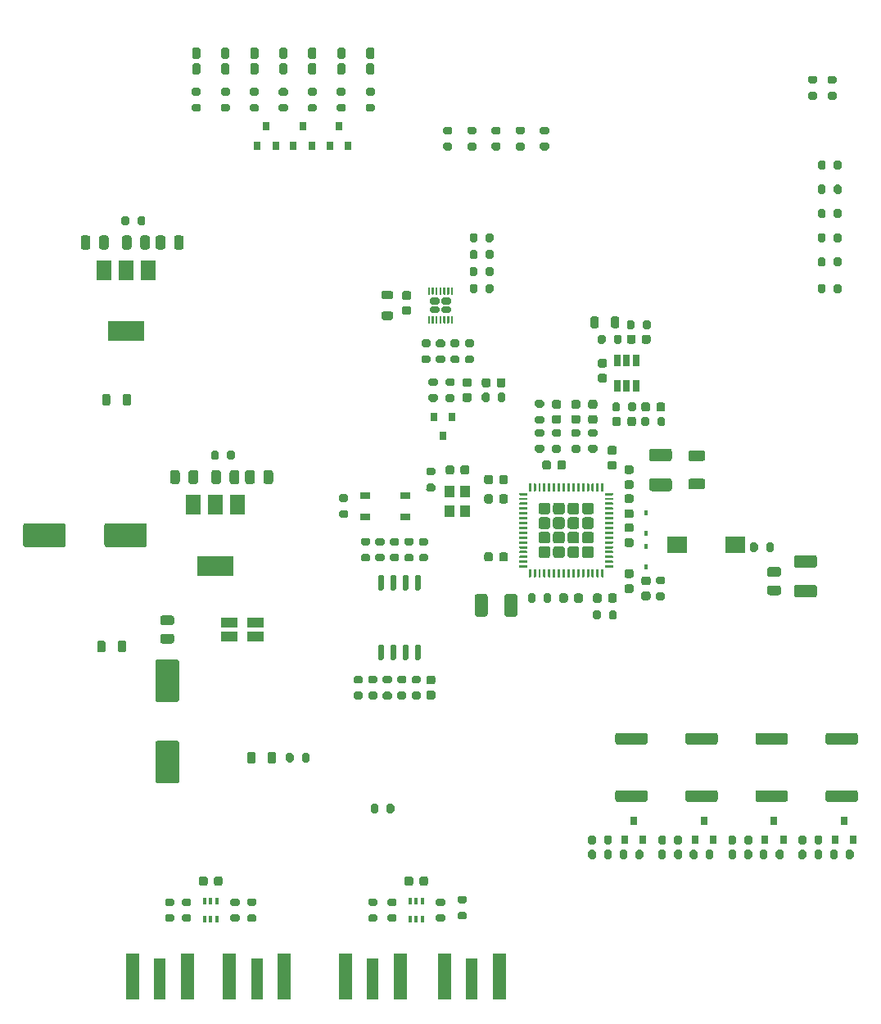
<source format=gbr>
%TF.GenerationSoftware,KiCad,Pcbnew,5.1.10-88a1d61d58~90~ubuntu20.04.1*%
%TF.CreationDate,2021-12-17T14:40:14-08:00*%
%TF.ProjectId,pmic-test-board,706d6963-2d74-4657-9374-2d626f617264,rev?*%
%TF.SameCoordinates,Original*%
%TF.FileFunction,Paste,Top*%
%TF.FilePolarity,Positive*%
%FSLAX46Y46*%
G04 Gerber Fmt 4.6, Leading zero omitted, Abs format (unit mm)*
G04 Created by KiCad (PCBNEW 5.1.10-88a1d61d58~90~ubuntu20.04.1) date 2021-12-17 14:40:14*
%MOMM*%
%LPD*%
G01*
G04 APERTURE LIST*
%ADD10R,1.050000X0.650000*%
%ADD11R,2.000000X1.700000*%
%ADD12R,1.750000X1.100000*%
%ADD13R,1.100000X1.300000*%
%ADD14R,0.650000X1.220000*%
%ADD15R,0.800000X0.900000*%
%ADD16R,1.500000X2.000000*%
%ADD17R,3.800000X2.000000*%
%ADD18R,0.400000X0.650000*%
%ADD19R,1.270000X4.200000*%
%ADD20R,1.350000X4.700000*%
%ADD21R,0.450000X0.600000*%
G04 APERTURE END LIST*
D10*
%TO.C,SW102*%
X137925000Y-97925000D03*
X142075000Y-97925000D03*
X137925000Y-100075000D03*
X142075000Y-100075000D03*
%TD*%
D11*
%TO.C,L101*%
X176250000Y-103000000D03*
X170250000Y-103000000D03*
%TD*%
%TO.C,R149*%
G36*
G01*
X155725000Y-89675000D02*
X156275000Y-89675000D01*
G75*
G02*
X156475000Y-89875000I0J-200000D01*
G01*
X156475000Y-90275000D01*
G75*
G02*
X156275000Y-90475000I-200000J0D01*
G01*
X155725000Y-90475000D01*
G75*
G02*
X155525000Y-90275000I0J200000D01*
G01*
X155525000Y-89875000D01*
G75*
G02*
X155725000Y-89675000I200000J0D01*
G01*
G37*
G36*
G01*
X155725000Y-88025000D02*
X156275000Y-88025000D01*
G75*
G02*
X156475000Y-88225000I0J-200000D01*
G01*
X156475000Y-88625000D01*
G75*
G02*
X156275000Y-88825000I-200000J0D01*
G01*
X155725000Y-88825000D01*
G75*
G02*
X155525000Y-88625000I0J200000D01*
G01*
X155525000Y-88225000D01*
G75*
G02*
X155725000Y-88025000I200000J0D01*
G01*
G37*
%TD*%
%TO.C,R148*%
G36*
G01*
X139325000Y-129975000D02*
X139325000Y-130525000D01*
G75*
G02*
X139125000Y-130725000I-200000J0D01*
G01*
X138725000Y-130725000D01*
G75*
G02*
X138525000Y-130525000I0J200000D01*
G01*
X138525000Y-129975000D01*
G75*
G02*
X138725000Y-129775000I200000J0D01*
G01*
X139125000Y-129775000D01*
G75*
G02*
X139325000Y-129975000I0J-200000D01*
G01*
G37*
G36*
G01*
X140975000Y-129975000D02*
X140975000Y-130525000D01*
G75*
G02*
X140775000Y-130725000I-200000J0D01*
G01*
X140375000Y-130725000D01*
G75*
G02*
X140175000Y-130525000I0J200000D01*
G01*
X140175000Y-129975000D01*
G75*
G02*
X140375000Y-129775000I200000J0D01*
G01*
X140775000Y-129775000D01*
G75*
G02*
X140975000Y-129975000I0J-200000D01*
G01*
G37*
%TD*%
%TO.C,R147*%
G36*
G01*
X156775000Y-60575000D02*
X156225000Y-60575000D01*
G75*
G02*
X156025000Y-60375000I0J200000D01*
G01*
X156025000Y-59975000D01*
G75*
G02*
X156225000Y-59775000I200000J0D01*
G01*
X156775000Y-59775000D01*
G75*
G02*
X156975000Y-59975000I0J-200000D01*
G01*
X156975000Y-60375000D01*
G75*
G02*
X156775000Y-60575000I-200000J0D01*
G01*
G37*
G36*
G01*
X156775000Y-62225000D02*
X156225000Y-62225000D01*
G75*
G02*
X156025000Y-62025000I0J200000D01*
G01*
X156025000Y-61625000D01*
G75*
G02*
X156225000Y-61425000I200000J0D01*
G01*
X156775000Y-61425000D01*
G75*
G02*
X156975000Y-61625000I0J-200000D01*
G01*
X156975000Y-62025000D01*
G75*
G02*
X156775000Y-62225000I-200000J0D01*
G01*
G37*
%TD*%
%TO.C,R313*%
G36*
G01*
X186525000Y-55325000D02*
X185975000Y-55325000D01*
G75*
G02*
X185775000Y-55125000I0J200000D01*
G01*
X185775000Y-54725000D01*
G75*
G02*
X185975000Y-54525000I200000J0D01*
G01*
X186525000Y-54525000D01*
G75*
G02*
X186725000Y-54725000I0J-200000D01*
G01*
X186725000Y-55125000D01*
G75*
G02*
X186525000Y-55325000I-200000J0D01*
G01*
G37*
G36*
G01*
X186525000Y-56975000D02*
X185975000Y-56975000D01*
G75*
G02*
X185775000Y-56775000I0J200000D01*
G01*
X185775000Y-56375000D01*
G75*
G02*
X185975000Y-56175000I200000J0D01*
G01*
X186525000Y-56175000D01*
G75*
G02*
X186725000Y-56375000I0J-200000D01*
G01*
X186725000Y-56775000D01*
G75*
G02*
X186525000Y-56975000I-200000J0D01*
G01*
G37*
%TD*%
%TO.C,R312*%
G36*
G01*
X184525000Y-55325000D02*
X183975000Y-55325000D01*
G75*
G02*
X183775000Y-55125000I0J200000D01*
G01*
X183775000Y-54725000D01*
G75*
G02*
X183975000Y-54525000I200000J0D01*
G01*
X184525000Y-54525000D01*
G75*
G02*
X184725000Y-54725000I0J-200000D01*
G01*
X184725000Y-55125000D01*
G75*
G02*
X184525000Y-55325000I-200000J0D01*
G01*
G37*
G36*
G01*
X184525000Y-56975000D02*
X183975000Y-56975000D01*
G75*
G02*
X183775000Y-56775000I0J200000D01*
G01*
X183775000Y-56375000D01*
G75*
G02*
X183975000Y-56175000I200000J0D01*
G01*
X184525000Y-56175000D01*
G75*
G02*
X184725000Y-56375000I0J-200000D01*
G01*
X184725000Y-56775000D01*
G75*
G02*
X184525000Y-56975000I-200000J0D01*
G01*
G37*
%TD*%
%TO.C,FB401*%
G36*
G01*
X163375000Y-80381250D02*
X163375000Y-79618750D01*
G75*
G02*
X163593750Y-79400000I218750J0D01*
G01*
X164031250Y-79400000D01*
G75*
G02*
X164250000Y-79618750I0J-218750D01*
G01*
X164250000Y-80381250D01*
G75*
G02*
X164031250Y-80600000I-218750J0D01*
G01*
X163593750Y-80600000D01*
G75*
G02*
X163375000Y-80381250I0J218750D01*
G01*
G37*
G36*
G01*
X161250000Y-80381250D02*
X161250000Y-79618750D01*
G75*
G02*
X161468750Y-79400000I218750J0D01*
G01*
X161906250Y-79400000D01*
G75*
G02*
X162125000Y-79618750I0J-218750D01*
G01*
X162125000Y-80381250D01*
G75*
G02*
X161906250Y-80600000I-218750J0D01*
G01*
X161468750Y-80600000D01*
G75*
G02*
X161250000Y-80381250I0J218750D01*
G01*
G37*
%TD*%
%TO.C,R146*%
G36*
G01*
X148275000Y-140075000D02*
X147725000Y-140075000D01*
G75*
G02*
X147525000Y-139875000I0J200000D01*
G01*
X147525000Y-139475000D01*
G75*
G02*
X147725000Y-139275000I200000J0D01*
G01*
X148275000Y-139275000D01*
G75*
G02*
X148475000Y-139475000I0J-200000D01*
G01*
X148475000Y-139875000D01*
G75*
G02*
X148275000Y-140075000I-200000J0D01*
G01*
G37*
G36*
G01*
X148275000Y-141725000D02*
X147725000Y-141725000D01*
G75*
G02*
X147525000Y-141525000I0J200000D01*
G01*
X147525000Y-141125000D01*
G75*
G02*
X147725000Y-140925000I200000J0D01*
G01*
X148275000Y-140925000D01*
G75*
G02*
X148475000Y-141125000I0J-200000D01*
G01*
X148475000Y-141525000D01*
G75*
G02*
X148275000Y-141725000I-200000J0D01*
G01*
G37*
%TD*%
%TO.C,R145*%
G36*
G01*
X138475000Y-141175000D02*
X139025000Y-141175000D01*
G75*
G02*
X139225000Y-141375000I0J-200000D01*
G01*
X139225000Y-141775000D01*
G75*
G02*
X139025000Y-141975000I-200000J0D01*
G01*
X138475000Y-141975000D01*
G75*
G02*
X138275000Y-141775000I0J200000D01*
G01*
X138275000Y-141375000D01*
G75*
G02*
X138475000Y-141175000I200000J0D01*
G01*
G37*
G36*
G01*
X138475000Y-139525000D02*
X139025000Y-139525000D01*
G75*
G02*
X139225000Y-139725000I0J-200000D01*
G01*
X139225000Y-140125000D01*
G75*
G02*
X139025000Y-140325000I-200000J0D01*
G01*
X138475000Y-140325000D01*
G75*
G02*
X138275000Y-140125000I0J200000D01*
G01*
X138275000Y-139725000D01*
G75*
G02*
X138475000Y-139525000I200000J0D01*
G01*
G37*
%TD*%
%TO.C,R144*%
G36*
G01*
X126525000Y-140325000D02*
X125975000Y-140325000D01*
G75*
G02*
X125775000Y-140125000I0J200000D01*
G01*
X125775000Y-139725000D01*
G75*
G02*
X125975000Y-139525000I200000J0D01*
G01*
X126525000Y-139525000D01*
G75*
G02*
X126725000Y-139725000I0J-200000D01*
G01*
X126725000Y-140125000D01*
G75*
G02*
X126525000Y-140325000I-200000J0D01*
G01*
G37*
G36*
G01*
X126525000Y-141975000D02*
X125975000Y-141975000D01*
G75*
G02*
X125775000Y-141775000I0J200000D01*
G01*
X125775000Y-141375000D01*
G75*
G02*
X125975000Y-141175000I200000J0D01*
G01*
X126525000Y-141175000D01*
G75*
G02*
X126725000Y-141375000I0J-200000D01*
G01*
X126725000Y-141775000D01*
G75*
G02*
X126525000Y-141975000I-200000J0D01*
G01*
G37*
%TD*%
%TO.C,R143*%
G36*
G01*
X117475000Y-141175000D02*
X118025000Y-141175000D01*
G75*
G02*
X118225000Y-141375000I0J-200000D01*
G01*
X118225000Y-141775000D01*
G75*
G02*
X118025000Y-141975000I-200000J0D01*
G01*
X117475000Y-141975000D01*
G75*
G02*
X117275000Y-141775000I0J200000D01*
G01*
X117275000Y-141375000D01*
G75*
G02*
X117475000Y-141175000I200000J0D01*
G01*
G37*
G36*
G01*
X117475000Y-139525000D02*
X118025000Y-139525000D01*
G75*
G02*
X118225000Y-139725000I0J-200000D01*
G01*
X118225000Y-140125000D01*
G75*
G02*
X118025000Y-140325000I-200000J0D01*
G01*
X117475000Y-140325000D01*
G75*
G02*
X117275000Y-140125000I0J200000D01*
G01*
X117275000Y-139725000D01*
G75*
G02*
X117475000Y-139525000I200000J0D01*
G01*
G37*
%TD*%
D12*
%TO.C,R201*%
X123875000Y-112450000D03*
X123875000Y-111050000D03*
X126625000Y-112450000D03*
X126625000Y-111050000D03*
%TD*%
%TO.C,R107*%
G36*
G01*
X160025000Y-91825000D02*
X159475000Y-91825000D01*
G75*
G02*
X159275000Y-91625000I0J200000D01*
G01*
X159275000Y-91225000D01*
G75*
G02*
X159475000Y-91025000I200000J0D01*
G01*
X160025000Y-91025000D01*
G75*
G02*
X160225000Y-91225000I0J-200000D01*
G01*
X160225000Y-91625000D01*
G75*
G02*
X160025000Y-91825000I-200000J0D01*
G01*
G37*
G36*
G01*
X160025000Y-93475000D02*
X159475000Y-93475000D01*
G75*
G02*
X159275000Y-93275000I0J200000D01*
G01*
X159275000Y-92875000D01*
G75*
G02*
X159475000Y-92675000I200000J0D01*
G01*
X160025000Y-92675000D01*
G75*
G02*
X160225000Y-92875000I0J-200000D01*
G01*
X160225000Y-93275000D01*
G75*
G02*
X160025000Y-93475000I-200000J0D01*
G01*
G37*
%TD*%
%TO.C,C301*%
G36*
G01*
X150925000Y-86000000D02*
X150925000Y-86500000D01*
G75*
G02*
X150700000Y-86725000I-225000J0D01*
G01*
X150250000Y-86725000D01*
G75*
G02*
X150025000Y-86500000I0J225000D01*
G01*
X150025000Y-86000000D01*
G75*
G02*
X150250000Y-85775000I225000J0D01*
G01*
X150700000Y-85775000D01*
G75*
G02*
X150925000Y-86000000I0J-225000D01*
G01*
G37*
G36*
G01*
X152475000Y-86000000D02*
X152475000Y-86500000D01*
G75*
G02*
X152250000Y-86725000I-225000J0D01*
G01*
X151800000Y-86725000D01*
G75*
G02*
X151575000Y-86500000I0J225000D01*
G01*
X151575000Y-86000000D01*
G75*
G02*
X151800000Y-85775000I225000J0D01*
G01*
X152250000Y-85775000D01*
G75*
G02*
X152475000Y-86000000I0J-225000D01*
G01*
G37*
%TD*%
%TO.C,R142*%
G36*
G01*
X178575000Y-102975000D02*
X178575000Y-103525000D01*
G75*
G02*
X178375000Y-103725000I-200000J0D01*
G01*
X177975000Y-103725000D01*
G75*
G02*
X177775000Y-103525000I0J200000D01*
G01*
X177775000Y-102975000D01*
G75*
G02*
X177975000Y-102775000I200000J0D01*
G01*
X178375000Y-102775000D01*
G75*
G02*
X178575000Y-102975000I0J-200000D01*
G01*
G37*
G36*
G01*
X180225000Y-102975000D02*
X180225000Y-103525000D01*
G75*
G02*
X180025000Y-103725000I-200000J0D01*
G01*
X179625000Y-103725000D01*
G75*
G02*
X179425000Y-103525000I0J200000D01*
G01*
X179425000Y-102975000D01*
G75*
G02*
X179625000Y-102775000I200000J0D01*
G01*
X180025000Y-102775000D01*
G75*
G02*
X180225000Y-102975000I0J-200000D01*
G01*
G37*
%TD*%
%TO.C,C121*%
G36*
G01*
X143575000Y-138000000D02*
X143575000Y-137500000D01*
G75*
G02*
X143800000Y-137275000I225000J0D01*
G01*
X144250000Y-137275000D01*
G75*
G02*
X144475000Y-137500000I0J-225000D01*
G01*
X144475000Y-138000000D01*
G75*
G02*
X144250000Y-138225000I-225000J0D01*
G01*
X143800000Y-138225000D01*
G75*
G02*
X143575000Y-138000000I0J225000D01*
G01*
G37*
G36*
G01*
X142025000Y-138000000D02*
X142025000Y-137500000D01*
G75*
G02*
X142250000Y-137275000I225000J0D01*
G01*
X142700000Y-137275000D01*
G75*
G02*
X142925000Y-137500000I0J-225000D01*
G01*
X142925000Y-138000000D01*
G75*
G02*
X142700000Y-138225000I-225000J0D01*
G01*
X142250000Y-138225000D01*
G75*
G02*
X142025000Y-138000000I0J225000D01*
G01*
G37*
%TD*%
%TO.C,C120*%
G36*
G01*
X122325000Y-138000000D02*
X122325000Y-137500000D01*
G75*
G02*
X122550000Y-137275000I225000J0D01*
G01*
X123000000Y-137275000D01*
G75*
G02*
X123225000Y-137500000I0J-225000D01*
G01*
X123225000Y-138000000D01*
G75*
G02*
X123000000Y-138225000I-225000J0D01*
G01*
X122550000Y-138225000D01*
G75*
G02*
X122325000Y-138000000I0J225000D01*
G01*
G37*
G36*
G01*
X120775000Y-138000000D02*
X120775000Y-137500000D01*
G75*
G02*
X121000000Y-137275000I225000J0D01*
G01*
X121450000Y-137275000D01*
G75*
G02*
X121675000Y-137500000I0J-225000D01*
G01*
X121675000Y-138000000D01*
G75*
G02*
X121450000Y-138225000I-225000J0D01*
G01*
X121000000Y-138225000D01*
G75*
G02*
X120775000Y-138000000I0J225000D01*
G01*
G37*
%TD*%
D13*
%TO.C,X101*%
X148325000Y-97450000D03*
X148325000Y-99550000D03*
X146675000Y-99550000D03*
X146675000Y-97450000D03*
%TD*%
D14*
%TO.C,U401*%
X164050000Y-83940000D03*
X165000000Y-83940000D03*
X165950000Y-83940000D03*
X165950000Y-86560000D03*
X165000000Y-86560000D03*
X164050000Y-86560000D03*
%TD*%
%TO.C,U302*%
G36*
G01*
X146635000Y-78165000D02*
X146045000Y-78165000D01*
G75*
G02*
X145865000Y-77985000I0J180000D01*
G01*
X145865000Y-77625000D01*
G75*
G02*
X146045000Y-77445000I180000J0D01*
G01*
X146635000Y-77445000D01*
G75*
G02*
X146815000Y-77625000I0J-180000D01*
G01*
X146815000Y-77985000D01*
G75*
G02*
X146635000Y-78165000I-180000J0D01*
G01*
G37*
G36*
G01*
X145455000Y-78165000D02*
X144865000Y-78165000D01*
G75*
G02*
X144685000Y-77985000I0J180000D01*
G01*
X144685000Y-77625000D01*
G75*
G02*
X144865000Y-77445000I180000J0D01*
G01*
X145455000Y-77445000D01*
G75*
G02*
X145635000Y-77625000I0J-180000D01*
G01*
X145635000Y-77985000D01*
G75*
G02*
X145455000Y-78165000I-180000J0D01*
G01*
G37*
G36*
G01*
X146635000Y-79055000D02*
X146045000Y-79055000D01*
G75*
G02*
X145865000Y-78875000I0J180000D01*
G01*
X145865000Y-78515000D01*
G75*
G02*
X146045000Y-78335000I180000J0D01*
G01*
X146635000Y-78335000D01*
G75*
G02*
X146815000Y-78515000I0J-180000D01*
G01*
X146815000Y-78875000D01*
G75*
G02*
X146635000Y-79055000I-180000J0D01*
G01*
G37*
G36*
G01*
X145455000Y-79055000D02*
X144865000Y-79055000D01*
G75*
G02*
X144685000Y-78875000I0J180000D01*
G01*
X144685000Y-78515000D01*
G75*
G02*
X144865000Y-78335000I180000J0D01*
G01*
X145455000Y-78335000D01*
G75*
G02*
X145635000Y-78515000I0J-180000D01*
G01*
X145635000Y-78875000D01*
G75*
G02*
X145455000Y-79055000I-180000J0D01*
G01*
G37*
G36*
G01*
X144600000Y-77150000D02*
X144500000Y-77150000D01*
G75*
G02*
X144450000Y-77100000I0J50000D01*
G01*
X144450000Y-76425000D01*
G75*
G02*
X144500000Y-76375000I50000J0D01*
G01*
X144600000Y-76375000D01*
G75*
G02*
X144650000Y-76425000I0J-50000D01*
G01*
X144650000Y-77100000D01*
G75*
G02*
X144600000Y-77150000I-50000J0D01*
G01*
G37*
G36*
G01*
X145000000Y-77150000D02*
X144900000Y-77150000D01*
G75*
G02*
X144850000Y-77100000I0J50000D01*
G01*
X144850000Y-76425000D01*
G75*
G02*
X144900000Y-76375000I50000J0D01*
G01*
X145000000Y-76375000D01*
G75*
G02*
X145050000Y-76425000I0J-50000D01*
G01*
X145050000Y-77100000D01*
G75*
G02*
X145000000Y-77150000I-50000J0D01*
G01*
G37*
G36*
G01*
X145400000Y-77150000D02*
X145300000Y-77150000D01*
G75*
G02*
X145250000Y-77100000I0J50000D01*
G01*
X145250000Y-76425000D01*
G75*
G02*
X145300000Y-76375000I50000J0D01*
G01*
X145400000Y-76375000D01*
G75*
G02*
X145450000Y-76425000I0J-50000D01*
G01*
X145450000Y-77100000D01*
G75*
G02*
X145400000Y-77150000I-50000J0D01*
G01*
G37*
G36*
G01*
X145800000Y-77150000D02*
X145700000Y-77150000D01*
G75*
G02*
X145650000Y-77100000I0J50000D01*
G01*
X145650000Y-76425000D01*
G75*
G02*
X145700000Y-76375000I50000J0D01*
G01*
X145800000Y-76375000D01*
G75*
G02*
X145850000Y-76425000I0J-50000D01*
G01*
X145850000Y-77100000D01*
G75*
G02*
X145800000Y-77150000I-50000J0D01*
G01*
G37*
G36*
G01*
X146200000Y-77150000D02*
X146100000Y-77150000D01*
G75*
G02*
X146050000Y-77100000I0J50000D01*
G01*
X146050000Y-76425000D01*
G75*
G02*
X146100000Y-76375000I50000J0D01*
G01*
X146200000Y-76375000D01*
G75*
G02*
X146250000Y-76425000I0J-50000D01*
G01*
X146250000Y-77100000D01*
G75*
G02*
X146200000Y-77150000I-50000J0D01*
G01*
G37*
G36*
G01*
X146600000Y-77150000D02*
X146500000Y-77150000D01*
G75*
G02*
X146450000Y-77100000I0J50000D01*
G01*
X146450000Y-76425000D01*
G75*
G02*
X146500000Y-76375000I50000J0D01*
G01*
X146600000Y-76375000D01*
G75*
G02*
X146650000Y-76425000I0J-50000D01*
G01*
X146650000Y-77100000D01*
G75*
G02*
X146600000Y-77150000I-50000J0D01*
G01*
G37*
G36*
G01*
X147000000Y-77150000D02*
X146900000Y-77150000D01*
G75*
G02*
X146850000Y-77100000I0J50000D01*
G01*
X146850000Y-76425000D01*
G75*
G02*
X146900000Y-76375000I50000J0D01*
G01*
X147000000Y-76375000D01*
G75*
G02*
X147050000Y-76425000I0J-50000D01*
G01*
X147050000Y-77100000D01*
G75*
G02*
X147000000Y-77150000I-50000J0D01*
G01*
G37*
G36*
G01*
X147000000Y-80125000D02*
X146900000Y-80125000D01*
G75*
G02*
X146850000Y-80075000I0J50000D01*
G01*
X146850000Y-79400000D01*
G75*
G02*
X146900000Y-79350000I50000J0D01*
G01*
X147000000Y-79350000D01*
G75*
G02*
X147050000Y-79400000I0J-50000D01*
G01*
X147050000Y-80075000D01*
G75*
G02*
X147000000Y-80125000I-50000J0D01*
G01*
G37*
G36*
G01*
X146600000Y-80125000D02*
X146500000Y-80125000D01*
G75*
G02*
X146450000Y-80075000I0J50000D01*
G01*
X146450000Y-79400000D01*
G75*
G02*
X146500000Y-79350000I50000J0D01*
G01*
X146600000Y-79350000D01*
G75*
G02*
X146650000Y-79400000I0J-50000D01*
G01*
X146650000Y-80075000D01*
G75*
G02*
X146600000Y-80125000I-50000J0D01*
G01*
G37*
G36*
G01*
X146200000Y-80125000D02*
X146100000Y-80125000D01*
G75*
G02*
X146050000Y-80075000I0J50000D01*
G01*
X146050000Y-79400000D01*
G75*
G02*
X146100000Y-79350000I50000J0D01*
G01*
X146200000Y-79350000D01*
G75*
G02*
X146250000Y-79400000I0J-50000D01*
G01*
X146250000Y-80075000D01*
G75*
G02*
X146200000Y-80125000I-50000J0D01*
G01*
G37*
G36*
G01*
X145800000Y-80125000D02*
X145700000Y-80125000D01*
G75*
G02*
X145650000Y-80075000I0J50000D01*
G01*
X145650000Y-79400000D01*
G75*
G02*
X145700000Y-79350000I50000J0D01*
G01*
X145800000Y-79350000D01*
G75*
G02*
X145850000Y-79400000I0J-50000D01*
G01*
X145850000Y-80075000D01*
G75*
G02*
X145800000Y-80125000I-50000J0D01*
G01*
G37*
G36*
G01*
X145400000Y-80125000D02*
X145300000Y-80125000D01*
G75*
G02*
X145250000Y-80075000I0J50000D01*
G01*
X145250000Y-79400000D01*
G75*
G02*
X145300000Y-79350000I50000J0D01*
G01*
X145400000Y-79350000D01*
G75*
G02*
X145450000Y-79400000I0J-50000D01*
G01*
X145450000Y-80075000D01*
G75*
G02*
X145400000Y-80125000I-50000J0D01*
G01*
G37*
G36*
G01*
X145000000Y-80125000D02*
X144900000Y-80125000D01*
G75*
G02*
X144850000Y-80075000I0J50000D01*
G01*
X144850000Y-79400000D01*
G75*
G02*
X144900000Y-79350000I50000J0D01*
G01*
X145000000Y-79350000D01*
G75*
G02*
X145050000Y-79400000I0J-50000D01*
G01*
X145050000Y-80075000D01*
G75*
G02*
X145000000Y-80125000I-50000J0D01*
G01*
G37*
G36*
G01*
X144600000Y-80125000D02*
X144500000Y-80125000D01*
G75*
G02*
X144450000Y-80075000I0J50000D01*
G01*
X144450000Y-79400000D01*
G75*
G02*
X144500000Y-79350000I50000J0D01*
G01*
X144600000Y-79350000D01*
G75*
G02*
X144650000Y-79400000I0J-50000D01*
G01*
X144650000Y-80075000D01*
G75*
G02*
X144600000Y-80125000I-50000J0D01*
G01*
G37*
%TD*%
D15*
%TO.C,U301*%
X146000000Y-91750000D03*
X145050000Y-89750000D03*
X146950000Y-89750000D03*
%TD*%
D16*
%TO.C,U202*%
X124800000Y-98850000D03*
X120200000Y-98850000D03*
X122500000Y-98850000D03*
D17*
X122500000Y-105150000D03*
%TD*%
D16*
%TO.C,U201*%
X115550000Y-74600000D03*
X110950000Y-74600000D03*
X113250000Y-74600000D03*
D17*
X113250000Y-80900000D03*
%TD*%
%TO.C,U104*%
G36*
G01*
X156145000Y-103145000D02*
X156855000Y-103145000D01*
G75*
G02*
X157105000Y-103395000I0J-250000D01*
G01*
X157105000Y-104105000D01*
G75*
G02*
X156855000Y-104355000I-250000J0D01*
G01*
X156145000Y-104355000D01*
G75*
G02*
X155895000Y-104105000I0J250000D01*
G01*
X155895000Y-103395000D01*
G75*
G02*
X156145000Y-103145000I250000J0D01*
G01*
G37*
G36*
G01*
X157645000Y-103145000D02*
X158355000Y-103145000D01*
G75*
G02*
X158605000Y-103395000I0J-250000D01*
G01*
X158605000Y-104105000D01*
G75*
G02*
X158355000Y-104355000I-250000J0D01*
G01*
X157645000Y-104355000D01*
G75*
G02*
X157395000Y-104105000I0J250000D01*
G01*
X157395000Y-103395000D01*
G75*
G02*
X157645000Y-103145000I250000J0D01*
G01*
G37*
G36*
G01*
X159145000Y-103145000D02*
X159855000Y-103145000D01*
G75*
G02*
X160105000Y-103395000I0J-250000D01*
G01*
X160105000Y-104105000D01*
G75*
G02*
X159855000Y-104355000I-250000J0D01*
G01*
X159145000Y-104355000D01*
G75*
G02*
X158895000Y-104105000I0J250000D01*
G01*
X158895000Y-103395000D01*
G75*
G02*
X159145000Y-103145000I250000J0D01*
G01*
G37*
G36*
G01*
X160645000Y-103145000D02*
X161355000Y-103145000D01*
G75*
G02*
X161605000Y-103395000I0J-250000D01*
G01*
X161605000Y-104105000D01*
G75*
G02*
X161355000Y-104355000I-250000J0D01*
G01*
X160645000Y-104355000D01*
G75*
G02*
X160395000Y-104105000I0J250000D01*
G01*
X160395000Y-103395000D01*
G75*
G02*
X160645000Y-103145000I250000J0D01*
G01*
G37*
G36*
G01*
X156145000Y-101645000D02*
X156855000Y-101645000D01*
G75*
G02*
X157105000Y-101895000I0J-250000D01*
G01*
X157105000Y-102605000D01*
G75*
G02*
X156855000Y-102855000I-250000J0D01*
G01*
X156145000Y-102855000D01*
G75*
G02*
X155895000Y-102605000I0J250000D01*
G01*
X155895000Y-101895000D01*
G75*
G02*
X156145000Y-101645000I250000J0D01*
G01*
G37*
G36*
G01*
X157645000Y-101645000D02*
X158355000Y-101645000D01*
G75*
G02*
X158605000Y-101895000I0J-250000D01*
G01*
X158605000Y-102605000D01*
G75*
G02*
X158355000Y-102855000I-250000J0D01*
G01*
X157645000Y-102855000D01*
G75*
G02*
X157395000Y-102605000I0J250000D01*
G01*
X157395000Y-101895000D01*
G75*
G02*
X157645000Y-101645000I250000J0D01*
G01*
G37*
G36*
G01*
X159145000Y-101645000D02*
X159855000Y-101645000D01*
G75*
G02*
X160105000Y-101895000I0J-250000D01*
G01*
X160105000Y-102605000D01*
G75*
G02*
X159855000Y-102855000I-250000J0D01*
G01*
X159145000Y-102855000D01*
G75*
G02*
X158895000Y-102605000I0J250000D01*
G01*
X158895000Y-101895000D01*
G75*
G02*
X159145000Y-101645000I250000J0D01*
G01*
G37*
G36*
G01*
X160645000Y-101645000D02*
X161355000Y-101645000D01*
G75*
G02*
X161605000Y-101895000I0J-250000D01*
G01*
X161605000Y-102605000D01*
G75*
G02*
X161355000Y-102855000I-250000J0D01*
G01*
X160645000Y-102855000D01*
G75*
G02*
X160395000Y-102605000I0J250000D01*
G01*
X160395000Y-101895000D01*
G75*
G02*
X160645000Y-101645000I250000J0D01*
G01*
G37*
G36*
G01*
X156145000Y-100145000D02*
X156855000Y-100145000D01*
G75*
G02*
X157105000Y-100395000I0J-250000D01*
G01*
X157105000Y-101105000D01*
G75*
G02*
X156855000Y-101355000I-250000J0D01*
G01*
X156145000Y-101355000D01*
G75*
G02*
X155895000Y-101105000I0J250000D01*
G01*
X155895000Y-100395000D01*
G75*
G02*
X156145000Y-100145000I250000J0D01*
G01*
G37*
G36*
G01*
X157645000Y-100145000D02*
X158355000Y-100145000D01*
G75*
G02*
X158605000Y-100395000I0J-250000D01*
G01*
X158605000Y-101105000D01*
G75*
G02*
X158355000Y-101355000I-250000J0D01*
G01*
X157645000Y-101355000D01*
G75*
G02*
X157395000Y-101105000I0J250000D01*
G01*
X157395000Y-100395000D01*
G75*
G02*
X157645000Y-100145000I250000J0D01*
G01*
G37*
G36*
G01*
X159145000Y-100145000D02*
X159855000Y-100145000D01*
G75*
G02*
X160105000Y-100395000I0J-250000D01*
G01*
X160105000Y-101105000D01*
G75*
G02*
X159855000Y-101355000I-250000J0D01*
G01*
X159145000Y-101355000D01*
G75*
G02*
X158895000Y-101105000I0J250000D01*
G01*
X158895000Y-100395000D01*
G75*
G02*
X159145000Y-100145000I250000J0D01*
G01*
G37*
G36*
G01*
X160645000Y-100145000D02*
X161355000Y-100145000D01*
G75*
G02*
X161605000Y-100395000I0J-250000D01*
G01*
X161605000Y-101105000D01*
G75*
G02*
X161355000Y-101355000I-250000J0D01*
G01*
X160645000Y-101355000D01*
G75*
G02*
X160395000Y-101105000I0J250000D01*
G01*
X160395000Y-100395000D01*
G75*
G02*
X160645000Y-100145000I250000J0D01*
G01*
G37*
G36*
G01*
X156145000Y-98645000D02*
X156855000Y-98645000D01*
G75*
G02*
X157105000Y-98895000I0J-250000D01*
G01*
X157105000Y-99605000D01*
G75*
G02*
X156855000Y-99855000I-250000J0D01*
G01*
X156145000Y-99855000D01*
G75*
G02*
X155895000Y-99605000I0J250000D01*
G01*
X155895000Y-98895000D01*
G75*
G02*
X156145000Y-98645000I250000J0D01*
G01*
G37*
G36*
G01*
X157645000Y-98645000D02*
X158355000Y-98645000D01*
G75*
G02*
X158605000Y-98895000I0J-250000D01*
G01*
X158605000Y-99605000D01*
G75*
G02*
X158355000Y-99855000I-250000J0D01*
G01*
X157645000Y-99855000D01*
G75*
G02*
X157395000Y-99605000I0J250000D01*
G01*
X157395000Y-98895000D01*
G75*
G02*
X157645000Y-98645000I250000J0D01*
G01*
G37*
G36*
G01*
X159145000Y-98645000D02*
X159855000Y-98645000D01*
G75*
G02*
X160105000Y-98895000I0J-250000D01*
G01*
X160105000Y-99605000D01*
G75*
G02*
X159855000Y-99855000I-250000J0D01*
G01*
X159145000Y-99855000D01*
G75*
G02*
X158895000Y-99605000I0J250000D01*
G01*
X158895000Y-98895000D01*
G75*
G02*
X159145000Y-98645000I250000J0D01*
G01*
G37*
G36*
G01*
X160645000Y-98645000D02*
X161355000Y-98645000D01*
G75*
G02*
X161605000Y-98895000I0J-250000D01*
G01*
X161605000Y-99605000D01*
G75*
G02*
X161355000Y-99855000I-250000J0D01*
G01*
X160645000Y-99855000D01*
G75*
G02*
X160395000Y-99605000I0J250000D01*
G01*
X160395000Y-98895000D01*
G75*
G02*
X160645000Y-98645000I250000J0D01*
G01*
G37*
G36*
G01*
X162812500Y-97625000D02*
X163562500Y-97625000D01*
G75*
G02*
X163625000Y-97687500I0J-62500D01*
G01*
X163625000Y-97812500D01*
G75*
G02*
X163562500Y-97875000I-62500J0D01*
G01*
X162812500Y-97875000D01*
G75*
G02*
X162750000Y-97812500I0J62500D01*
G01*
X162750000Y-97687500D01*
G75*
G02*
X162812500Y-97625000I62500J0D01*
G01*
G37*
G36*
G01*
X162812500Y-98125000D02*
X163562500Y-98125000D01*
G75*
G02*
X163625000Y-98187500I0J-62500D01*
G01*
X163625000Y-98312500D01*
G75*
G02*
X163562500Y-98375000I-62500J0D01*
G01*
X162812500Y-98375000D01*
G75*
G02*
X162750000Y-98312500I0J62500D01*
G01*
X162750000Y-98187500D01*
G75*
G02*
X162812500Y-98125000I62500J0D01*
G01*
G37*
G36*
G01*
X162812500Y-98625000D02*
X163562500Y-98625000D01*
G75*
G02*
X163625000Y-98687500I0J-62500D01*
G01*
X163625000Y-98812500D01*
G75*
G02*
X163562500Y-98875000I-62500J0D01*
G01*
X162812500Y-98875000D01*
G75*
G02*
X162750000Y-98812500I0J62500D01*
G01*
X162750000Y-98687500D01*
G75*
G02*
X162812500Y-98625000I62500J0D01*
G01*
G37*
G36*
G01*
X162812500Y-99125000D02*
X163562500Y-99125000D01*
G75*
G02*
X163625000Y-99187500I0J-62500D01*
G01*
X163625000Y-99312500D01*
G75*
G02*
X163562500Y-99375000I-62500J0D01*
G01*
X162812500Y-99375000D01*
G75*
G02*
X162750000Y-99312500I0J62500D01*
G01*
X162750000Y-99187500D01*
G75*
G02*
X162812500Y-99125000I62500J0D01*
G01*
G37*
G36*
G01*
X162812500Y-99625000D02*
X163562500Y-99625000D01*
G75*
G02*
X163625000Y-99687500I0J-62500D01*
G01*
X163625000Y-99812500D01*
G75*
G02*
X163562500Y-99875000I-62500J0D01*
G01*
X162812500Y-99875000D01*
G75*
G02*
X162750000Y-99812500I0J62500D01*
G01*
X162750000Y-99687500D01*
G75*
G02*
X162812500Y-99625000I62500J0D01*
G01*
G37*
G36*
G01*
X162812500Y-100125000D02*
X163562500Y-100125000D01*
G75*
G02*
X163625000Y-100187500I0J-62500D01*
G01*
X163625000Y-100312500D01*
G75*
G02*
X163562500Y-100375000I-62500J0D01*
G01*
X162812500Y-100375000D01*
G75*
G02*
X162750000Y-100312500I0J62500D01*
G01*
X162750000Y-100187500D01*
G75*
G02*
X162812500Y-100125000I62500J0D01*
G01*
G37*
G36*
G01*
X162812500Y-100625000D02*
X163562500Y-100625000D01*
G75*
G02*
X163625000Y-100687500I0J-62500D01*
G01*
X163625000Y-100812500D01*
G75*
G02*
X163562500Y-100875000I-62500J0D01*
G01*
X162812500Y-100875000D01*
G75*
G02*
X162750000Y-100812500I0J62500D01*
G01*
X162750000Y-100687500D01*
G75*
G02*
X162812500Y-100625000I62500J0D01*
G01*
G37*
G36*
G01*
X162812500Y-101125000D02*
X163562500Y-101125000D01*
G75*
G02*
X163625000Y-101187500I0J-62500D01*
G01*
X163625000Y-101312500D01*
G75*
G02*
X163562500Y-101375000I-62500J0D01*
G01*
X162812500Y-101375000D01*
G75*
G02*
X162750000Y-101312500I0J62500D01*
G01*
X162750000Y-101187500D01*
G75*
G02*
X162812500Y-101125000I62500J0D01*
G01*
G37*
G36*
G01*
X162812500Y-101625000D02*
X163562500Y-101625000D01*
G75*
G02*
X163625000Y-101687500I0J-62500D01*
G01*
X163625000Y-101812500D01*
G75*
G02*
X163562500Y-101875000I-62500J0D01*
G01*
X162812500Y-101875000D01*
G75*
G02*
X162750000Y-101812500I0J62500D01*
G01*
X162750000Y-101687500D01*
G75*
G02*
X162812500Y-101625000I62500J0D01*
G01*
G37*
G36*
G01*
X162812500Y-102125000D02*
X163562500Y-102125000D01*
G75*
G02*
X163625000Y-102187500I0J-62500D01*
G01*
X163625000Y-102312500D01*
G75*
G02*
X163562500Y-102375000I-62500J0D01*
G01*
X162812500Y-102375000D01*
G75*
G02*
X162750000Y-102312500I0J62500D01*
G01*
X162750000Y-102187500D01*
G75*
G02*
X162812500Y-102125000I62500J0D01*
G01*
G37*
G36*
G01*
X162812500Y-102625000D02*
X163562500Y-102625000D01*
G75*
G02*
X163625000Y-102687500I0J-62500D01*
G01*
X163625000Y-102812500D01*
G75*
G02*
X163562500Y-102875000I-62500J0D01*
G01*
X162812500Y-102875000D01*
G75*
G02*
X162750000Y-102812500I0J62500D01*
G01*
X162750000Y-102687500D01*
G75*
G02*
X162812500Y-102625000I62500J0D01*
G01*
G37*
G36*
G01*
X162812500Y-103125000D02*
X163562500Y-103125000D01*
G75*
G02*
X163625000Y-103187500I0J-62500D01*
G01*
X163625000Y-103312500D01*
G75*
G02*
X163562500Y-103375000I-62500J0D01*
G01*
X162812500Y-103375000D01*
G75*
G02*
X162750000Y-103312500I0J62500D01*
G01*
X162750000Y-103187500D01*
G75*
G02*
X162812500Y-103125000I62500J0D01*
G01*
G37*
G36*
G01*
X162812500Y-103625000D02*
X163562500Y-103625000D01*
G75*
G02*
X163625000Y-103687500I0J-62500D01*
G01*
X163625000Y-103812500D01*
G75*
G02*
X163562500Y-103875000I-62500J0D01*
G01*
X162812500Y-103875000D01*
G75*
G02*
X162750000Y-103812500I0J62500D01*
G01*
X162750000Y-103687500D01*
G75*
G02*
X162812500Y-103625000I62500J0D01*
G01*
G37*
G36*
G01*
X162812500Y-104125000D02*
X163562500Y-104125000D01*
G75*
G02*
X163625000Y-104187500I0J-62500D01*
G01*
X163625000Y-104312500D01*
G75*
G02*
X163562500Y-104375000I-62500J0D01*
G01*
X162812500Y-104375000D01*
G75*
G02*
X162750000Y-104312500I0J62500D01*
G01*
X162750000Y-104187500D01*
G75*
G02*
X162812500Y-104125000I62500J0D01*
G01*
G37*
G36*
G01*
X162812500Y-104625000D02*
X163562500Y-104625000D01*
G75*
G02*
X163625000Y-104687500I0J-62500D01*
G01*
X163625000Y-104812500D01*
G75*
G02*
X163562500Y-104875000I-62500J0D01*
G01*
X162812500Y-104875000D01*
G75*
G02*
X162750000Y-104812500I0J62500D01*
G01*
X162750000Y-104687500D01*
G75*
G02*
X162812500Y-104625000I62500J0D01*
G01*
G37*
G36*
G01*
X162812500Y-105125000D02*
X163562500Y-105125000D01*
G75*
G02*
X163625000Y-105187500I0J-62500D01*
G01*
X163625000Y-105312500D01*
G75*
G02*
X163562500Y-105375000I-62500J0D01*
G01*
X162812500Y-105375000D01*
G75*
G02*
X162750000Y-105312500I0J62500D01*
G01*
X162750000Y-105187500D01*
G75*
G02*
X162812500Y-105125000I62500J0D01*
G01*
G37*
G36*
G01*
X162437500Y-105500000D02*
X162562500Y-105500000D01*
G75*
G02*
X162625000Y-105562500I0J-62500D01*
G01*
X162625000Y-106312500D01*
G75*
G02*
X162562500Y-106375000I-62500J0D01*
G01*
X162437500Y-106375000D01*
G75*
G02*
X162375000Y-106312500I0J62500D01*
G01*
X162375000Y-105562500D01*
G75*
G02*
X162437500Y-105500000I62500J0D01*
G01*
G37*
G36*
G01*
X161937500Y-105500000D02*
X162062500Y-105500000D01*
G75*
G02*
X162125000Y-105562500I0J-62500D01*
G01*
X162125000Y-106312500D01*
G75*
G02*
X162062500Y-106375000I-62500J0D01*
G01*
X161937500Y-106375000D01*
G75*
G02*
X161875000Y-106312500I0J62500D01*
G01*
X161875000Y-105562500D01*
G75*
G02*
X161937500Y-105500000I62500J0D01*
G01*
G37*
G36*
G01*
X161437500Y-105500000D02*
X161562500Y-105500000D01*
G75*
G02*
X161625000Y-105562500I0J-62500D01*
G01*
X161625000Y-106312500D01*
G75*
G02*
X161562500Y-106375000I-62500J0D01*
G01*
X161437500Y-106375000D01*
G75*
G02*
X161375000Y-106312500I0J62500D01*
G01*
X161375000Y-105562500D01*
G75*
G02*
X161437500Y-105500000I62500J0D01*
G01*
G37*
G36*
G01*
X160937500Y-105500000D02*
X161062500Y-105500000D01*
G75*
G02*
X161125000Y-105562500I0J-62500D01*
G01*
X161125000Y-106312500D01*
G75*
G02*
X161062500Y-106375000I-62500J0D01*
G01*
X160937500Y-106375000D01*
G75*
G02*
X160875000Y-106312500I0J62500D01*
G01*
X160875000Y-105562500D01*
G75*
G02*
X160937500Y-105500000I62500J0D01*
G01*
G37*
G36*
G01*
X160437500Y-105500000D02*
X160562500Y-105500000D01*
G75*
G02*
X160625000Y-105562500I0J-62500D01*
G01*
X160625000Y-106312500D01*
G75*
G02*
X160562500Y-106375000I-62500J0D01*
G01*
X160437500Y-106375000D01*
G75*
G02*
X160375000Y-106312500I0J62500D01*
G01*
X160375000Y-105562500D01*
G75*
G02*
X160437500Y-105500000I62500J0D01*
G01*
G37*
G36*
G01*
X159937500Y-105500000D02*
X160062500Y-105500000D01*
G75*
G02*
X160125000Y-105562500I0J-62500D01*
G01*
X160125000Y-106312500D01*
G75*
G02*
X160062500Y-106375000I-62500J0D01*
G01*
X159937500Y-106375000D01*
G75*
G02*
X159875000Y-106312500I0J62500D01*
G01*
X159875000Y-105562500D01*
G75*
G02*
X159937500Y-105500000I62500J0D01*
G01*
G37*
G36*
G01*
X159437500Y-105500000D02*
X159562500Y-105500000D01*
G75*
G02*
X159625000Y-105562500I0J-62500D01*
G01*
X159625000Y-106312500D01*
G75*
G02*
X159562500Y-106375000I-62500J0D01*
G01*
X159437500Y-106375000D01*
G75*
G02*
X159375000Y-106312500I0J62500D01*
G01*
X159375000Y-105562500D01*
G75*
G02*
X159437500Y-105500000I62500J0D01*
G01*
G37*
G36*
G01*
X158937500Y-105500000D02*
X159062500Y-105500000D01*
G75*
G02*
X159125000Y-105562500I0J-62500D01*
G01*
X159125000Y-106312500D01*
G75*
G02*
X159062500Y-106375000I-62500J0D01*
G01*
X158937500Y-106375000D01*
G75*
G02*
X158875000Y-106312500I0J62500D01*
G01*
X158875000Y-105562500D01*
G75*
G02*
X158937500Y-105500000I62500J0D01*
G01*
G37*
G36*
G01*
X158437500Y-105500000D02*
X158562500Y-105500000D01*
G75*
G02*
X158625000Y-105562500I0J-62500D01*
G01*
X158625000Y-106312500D01*
G75*
G02*
X158562500Y-106375000I-62500J0D01*
G01*
X158437500Y-106375000D01*
G75*
G02*
X158375000Y-106312500I0J62500D01*
G01*
X158375000Y-105562500D01*
G75*
G02*
X158437500Y-105500000I62500J0D01*
G01*
G37*
G36*
G01*
X157937500Y-105500000D02*
X158062500Y-105500000D01*
G75*
G02*
X158125000Y-105562500I0J-62500D01*
G01*
X158125000Y-106312500D01*
G75*
G02*
X158062500Y-106375000I-62500J0D01*
G01*
X157937500Y-106375000D01*
G75*
G02*
X157875000Y-106312500I0J62500D01*
G01*
X157875000Y-105562500D01*
G75*
G02*
X157937500Y-105500000I62500J0D01*
G01*
G37*
G36*
G01*
X157437500Y-105500000D02*
X157562500Y-105500000D01*
G75*
G02*
X157625000Y-105562500I0J-62500D01*
G01*
X157625000Y-106312500D01*
G75*
G02*
X157562500Y-106375000I-62500J0D01*
G01*
X157437500Y-106375000D01*
G75*
G02*
X157375000Y-106312500I0J62500D01*
G01*
X157375000Y-105562500D01*
G75*
G02*
X157437500Y-105500000I62500J0D01*
G01*
G37*
G36*
G01*
X156937500Y-105500000D02*
X157062500Y-105500000D01*
G75*
G02*
X157125000Y-105562500I0J-62500D01*
G01*
X157125000Y-106312500D01*
G75*
G02*
X157062500Y-106375000I-62500J0D01*
G01*
X156937500Y-106375000D01*
G75*
G02*
X156875000Y-106312500I0J62500D01*
G01*
X156875000Y-105562500D01*
G75*
G02*
X156937500Y-105500000I62500J0D01*
G01*
G37*
G36*
G01*
X156437500Y-105500000D02*
X156562500Y-105500000D01*
G75*
G02*
X156625000Y-105562500I0J-62500D01*
G01*
X156625000Y-106312500D01*
G75*
G02*
X156562500Y-106375000I-62500J0D01*
G01*
X156437500Y-106375000D01*
G75*
G02*
X156375000Y-106312500I0J62500D01*
G01*
X156375000Y-105562500D01*
G75*
G02*
X156437500Y-105500000I62500J0D01*
G01*
G37*
G36*
G01*
X155937500Y-105500000D02*
X156062500Y-105500000D01*
G75*
G02*
X156125000Y-105562500I0J-62500D01*
G01*
X156125000Y-106312500D01*
G75*
G02*
X156062500Y-106375000I-62500J0D01*
G01*
X155937500Y-106375000D01*
G75*
G02*
X155875000Y-106312500I0J62500D01*
G01*
X155875000Y-105562500D01*
G75*
G02*
X155937500Y-105500000I62500J0D01*
G01*
G37*
G36*
G01*
X155437500Y-105500000D02*
X155562500Y-105500000D01*
G75*
G02*
X155625000Y-105562500I0J-62500D01*
G01*
X155625000Y-106312500D01*
G75*
G02*
X155562500Y-106375000I-62500J0D01*
G01*
X155437500Y-106375000D01*
G75*
G02*
X155375000Y-106312500I0J62500D01*
G01*
X155375000Y-105562500D01*
G75*
G02*
X155437500Y-105500000I62500J0D01*
G01*
G37*
G36*
G01*
X154937500Y-105500000D02*
X155062500Y-105500000D01*
G75*
G02*
X155125000Y-105562500I0J-62500D01*
G01*
X155125000Y-106312500D01*
G75*
G02*
X155062500Y-106375000I-62500J0D01*
G01*
X154937500Y-106375000D01*
G75*
G02*
X154875000Y-106312500I0J62500D01*
G01*
X154875000Y-105562500D01*
G75*
G02*
X154937500Y-105500000I62500J0D01*
G01*
G37*
G36*
G01*
X153937500Y-105125000D02*
X154687500Y-105125000D01*
G75*
G02*
X154750000Y-105187500I0J-62500D01*
G01*
X154750000Y-105312500D01*
G75*
G02*
X154687500Y-105375000I-62500J0D01*
G01*
X153937500Y-105375000D01*
G75*
G02*
X153875000Y-105312500I0J62500D01*
G01*
X153875000Y-105187500D01*
G75*
G02*
X153937500Y-105125000I62500J0D01*
G01*
G37*
G36*
G01*
X153937500Y-104625000D02*
X154687500Y-104625000D01*
G75*
G02*
X154750000Y-104687500I0J-62500D01*
G01*
X154750000Y-104812500D01*
G75*
G02*
X154687500Y-104875000I-62500J0D01*
G01*
X153937500Y-104875000D01*
G75*
G02*
X153875000Y-104812500I0J62500D01*
G01*
X153875000Y-104687500D01*
G75*
G02*
X153937500Y-104625000I62500J0D01*
G01*
G37*
G36*
G01*
X153937500Y-104125000D02*
X154687500Y-104125000D01*
G75*
G02*
X154750000Y-104187500I0J-62500D01*
G01*
X154750000Y-104312500D01*
G75*
G02*
X154687500Y-104375000I-62500J0D01*
G01*
X153937500Y-104375000D01*
G75*
G02*
X153875000Y-104312500I0J62500D01*
G01*
X153875000Y-104187500D01*
G75*
G02*
X153937500Y-104125000I62500J0D01*
G01*
G37*
G36*
G01*
X153937500Y-103625000D02*
X154687500Y-103625000D01*
G75*
G02*
X154750000Y-103687500I0J-62500D01*
G01*
X154750000Y-103812500D01*
G75*
G02*
X154687500Y-103875000I-62500J0D01*
G01*
X153937500Y-103875000D01*
G75*
G02*
X153875000Y-103812500I0J62500D01*
G01*
X153875000Y-103687500D01*
G75*
G02*
X153937500Y-103625000I62500J0D01*
G01*
G37*
G36*
G01*
X153937500Y-103125000D02*
X154687500Y-103125000D01*
G75*
G02*
X154750000Y-103187500I0J-62500D01*
G01*
X154750000Y-103312500D01*
G75*
G02*
X154687500Y-103375000I-62500J0D01*
G01*
X153937500Y-103375000D01*
G75*
G02*
X153875000Y-103312500I0J62500D01*
G01*
X153875000Y-103187500D01*
G75*
G02*
X153937500Y-103125000I62500J0D01*
G01*
G37*
G36*
G01*
X153937500Y-102625000D02*
X154687500Y-102625000D01*
G75*
G02*
X154750000Y-102687500I0J-62500D01*
G01*
X154750000Y-102812500D01*
G75*
G02*
X154687500Y-102875000I-62500J0D01*
G01*
X153937500Y-102875000D01*
G75*
G02*
X153875000Y-102812500I0J62500D01*
G01*
X153875000Y-102687500D01*
G75*
G02*
X153937500Y-102625000I62500J0D01*
G01*
G37*
G36*
G01*
X153937500Y-102125000D02*
X154687500Y-102125000D01*
G75*
G02*
X154750000Y-102187500I0J-62500D01*
G01*
X154750000Y-102312500D01*
G75*
G02*
X154687500Y-102375000I-62500J0D01*
G01*
X153937500Y-102375000D01*
G75*
G02*
X153875000Y-102312500I0J62500D01*
G01*
X153875000Y-102187500D01*
G75*
G02*
X153937500Y-102125000I62500J0D01*
G01*
G37*
G36*
G01*
X153937500Y-101625000D02*
X154687500Y-101625000D01*
G75*
G02*
X154750000Y-101687500I0J-62500D01*
G01*
X154750000Y-101812500D01*
G75*
G02*
X154687500Y-101875000I-62500J0D01*
G01*
X153937500Y-101875000D01*
G75*
G02*
X153875000Y-101812500I0J62500D01*
G01*
X153875000Y-101687500D01*
G75*
G02*
X153937500Y-101625000I62500J0D01*
G01*
G37*
G36*
G01*
X153937500Y-101125000D02*
X154687500Y-101125000D01*
G75*
G02*
X154750000Y-101187500I0J-62500D01*
G01*
X154750000Y-101312500D01*
G75*
G02*
X154687500Y-101375000I-62500J0D01*
G01*
X153937500Y-101375000D01*
G75*
G02*
X153875000Y-101312500I0J62500D01*
G01*
X153875000Y-101187500D01*
G75*
G02*
X153937500Y-101125000I62500J0D01*
G01*
G37*
G36*
G01*
X153937500Y-100625000D02*
X154687500Y-100625000D01*
G75*
G02*
X154750000Y-100687500I0J-62500D01*
G01*
X154750000Y-100812500D01*
G75*
G02*
X154687500Y-100875000I-62500J0D01*
G01*
X153937500Y-100875000D01*
G75*
G02*
X153875000Y-100812500I0J62500D01*
G01*
X153875000Y-100687500D01*
G75*
G02*
X153937500Y-100625000I62500J0D01*
G01*
G37*
G36*
G01*
X153937500Y-100125000D02*
X154687500Y-100125000D01*
G75*
G02*
X154750000Y-100187500I0J-62500D01*
G01*
X154750000Y-100312500D01*
G75*
G02*
X154687500Y-100375000I-62500J0D01*
G01*
X153937500Y-100375000D01*
G75*
G02*
X153875000Y-100312500I0J62500D01*
G01*
X153875000Y-100187500D01*
G75*
G02*
X153937500Y-100125000I62500J0D01*
G01*
G37*
G36*
G01*
X153937500Y-99625000D02*
X154687500Y-99625000D01*
G75*
G02*
X154750000Y-99687500I0J-62500D01*
G01*
X154750000Y-99812500D01*
G75*
G02*
X154687500Y-99875000I-62500J0D01*
G01*
X153937500Y-99875000D01*
G75*
G02*
X153875000Y-99812500I0J62500D01*
G01*
X153875000Y-99687500D01*
G75*
G02*
X153937500Y-99625000I62500J0D01*
G01*
G37*
G36*
G01*
X153937500Y-99125000D02*
X154687500Y-99125000D01*
G75*
G02*
X154750000Y-99187500I0J-62500D01*
G01*
X154750000Y-99312500D01*
G75*
G02*
X154687500Y-99375000I-62500J0D01*
G01*
X153937500Y-99375000D01*
G75*
G02*
X153875000Y-99312500I0J62500D01*
G01*
X153875000Y-99187500D01*
G75*
G02*
X153937500Y-99125000I62500J0D01*
G01*
G37*
G36*
G01*
X153937500Y-98625000D02*
X154687500Y-98625000D01*
G75*
G02*
X154750000Y-98687500I0J-62500D01*
G01*
X154750000Y-98812500D01*
G75*
G02*
X154687500Y-98875000I-62500J0D01*
G01*
X153937500Y-98875000D01*
G75*
G02*
X153875000Y-98812500I0J62500D01*
G01*
X153875000Y-98687500D01*
G75*
G02*
X153937500Y-98625000I62500J0D01*
G01*
G37*
G36*
G01*
X153937500Y-98125000D02*
X154687500Y-98125000D01*
G75*
G02*
X154750000Y-98187500I0J-62500D01*
G01*
X154750000Y-98312500D01*
G75*
G02*
X154687500Y-98375000I-62500J0D01*
G01*
X153937500Y-98375000D01*
G75*
G02*
X153875000Y-98312500I0J62500D01*
G01*
X153875000Y-98187500D01*
G75*
G02*
X153937500Y-98125000I62500J0D01*
G01*
G37*
G36*
G01*
X153937500Y-97625000D02*
X154687500Y-97625000D01*
G75*
G02*
X154750000Y-97687500I0J-62500D01*
G01*
X154750000Y-97812500D01*
G75*
G02*
X154687500Y-97875000I-62500J0D01*
G01*
X153937500Y-97875000D01*
G75*
G02*
X153875000Y-97812500I0J62500D01*
G01*
X153875000Y-97687500D01*
G75*
G02*
X153937500Y-97625000I62500J0D01*
G01*
G37*
G36*
G01*
X154937500Y-96625000D02*
X155062500Y-96625000D01*
G75*
G02*
X155125000Y-96687500I0J-62500D01*
G01*
X155125000Y-97437500D01*
G75*
G02*
X155062500Y-97500000I-62500J0D01*
G01*
X154937500Y-97500000D01*
G75*
G02*
X154875000Y-97437500I0J62500D01*
G01*
X154875000Y-96687500D01*
G75*
G02*
X154937500Y-96625000I62500J0D01*
G01*
G37*
G36*
G01*
X155437500Y-96625000D02*
X155562500Y-96625000D01*
G75*
G02*
X155625000Y-96687500I0J-62500D01*
G01*
X155625000Y-97437500D01*
G75*
G02*
X155562500Y-97500000I-62500J0D01*
G01*
X155437500Y-97500000D01*
G75*
G02*
X155375000Y-97437500I0J62500D01*
G01*
X155375000Y-96687500D01*
G75*
G02*
X155437500Y-96625000I62500J0D01*
G01*
G37*
G36*
G01*
X155937500Y-96625000D02*
X156062500Y-96625000D01*
G75*
G02*
X156125000Y-96687500I0J-62500D01*
G01*
X156125000Y-97437500D01*
G75*
G02*
X156062500Y-97500000I-62500J0D01*
G01*
X155937500Y-97500000D01*
G75*
G02*
X155875000Y-97437500I0J62500D01*
G01*
X155875000Y-96687500D01*
G75*
G02*
X155937500Y-96625000I62500J0D01*
G01*
G37*
G36*
G01*
X156437500Y-96625000D02*
X156562500Y-96625000D01*
G75*
G02*
X156625000Y-96687500I0J-62500D01*
G01*
X156625000Y-97437500D01*
G75*
G02*
X156562500Y-97500000I-62500J0D01*
G01*
X156437500Y-97500000D01*
G75*
G02*
X156375000Y-97437500I0J62500D01*
G01*
X156375000Y-96687500D01*
G75*
G02*
X156437500Y-96625000I62500J0D01*
G01*
G37*
G36*
G01*
X156937500Y-96625000D02*
X157062500Y-96625000D01*
G75*
G02*
X157125000Y-96687500I0J-62500D01*
G01*
X157125000Y-97437500D01*
G75*
G02*
X157062500Y-97500000I-62500J0D01*
G01*
X156937500Y-97500000D01*
G75*
G02*
X156875000Y-97437500I0J62500D01*
G01*
X156875000Y-96687500D01*
G75*
G02*
X156937500Y-96625000I62500J0D01*
G01*
G37*
G36*
G01*
X157437500Y-96625000D02*
X157562500Y-96625000D01*
G75*
G02*
X157625000Y-96687500I0J-62500D01*
G01*
X157625000Y-97437500D01*
G75*
G02*
X157562500Y-97500000I-62500J0D01*
G01*
X157437500Y-97500000D01*
G75*
G02*
X157375000Y-97437500I0J62500D01*
G01*
X157375000Y-96687500D01*
G75*
G02*
X157437500Y-96625000I62500J0D01*
G01*
G37*
G36*
G01*
X157937500Y-96625000D02*
X158062500Y-96625000D01*
G75*
G02*
X158125000Y-96687500I0J-62500D01*
G01*
X158125000Y-97437500D01*
G75*
G02*
X158062500Y-97500000I-62500J0D01*
G01*
X157937500Y-97500000D01*
G75*
G02*
X157875000Y-97437500I0J62500D01*
G01*
X157875000Y-96687500D01*
G75*
G02*
X157937500Y-96625000I62500J0D01*
G01*
G37*
G36*
G01*
X158437500Y-96625000D02*
X158562500Y-96625000D01*
G75*
G02*
X158625000Y-96687500I0J-62500D01*
G01*
X158625000Y-97437500D01*
G75*
G02*
X158562500Y-97500000I-62500J0D01*
G01*
X158437500Y-97500000D01*
G75*
G02*
X158375000Y-97437500I0J62500D01*
G01*
X158375000Y-96687500D01*
G75*
G02*
X158437500Y-96625000I62500J0D01*
G01*
G37*
G36*
G01*
X158937500Y-96625000D02*
X159062500Y-96625000D01*
G75*
G02*
X159125000Y-96687500I0J-62500D01*
G01*
X159125000Y-97437500D01*
G75*
G02*
X159062500Y-97500000I-62500J0D01*
G01*
X158937500Y-97500000D01*
G75*
G02*
X158875000Y-97437500I0J62500D01*
G01*
X158875000Y-96687500D01*
G75*
G02*
X158937500Y-96625000I62500J0D01*
G01*
G37*
G36*
G01*
X159437500Y-96625000D02*
X159562500Y-96625000D01*
G75*
G02*
X159625000Y-96687500I0J-62500D01*
G01*
X159625000Y-97437500D01*
G75*
G02*
X159562500Y-97500000I-62500J0D01*
G01*
X159437500Y-97500000D01*
G75*
G02*
X159375000Y-97437500I0J62500D01*
G01*
X159375000Y-96687500D01*
G75*
G02*
X159437500Y-96625000I62500J0D01*
G01*
G37*
G36*
G01*
X159937500Y-96625000D02*
X160062500Y-96625000D01*
G75*
G02*
X160125000Y-96687500I0J-62500D01*
G01*
X160125000Y-97437500D01*
G75*
G02*
X160062500Y-97500000I-62500J0D01*
G01*
X159937500Y-97500000D01*
G75*
G02*
X159875000Y-97437500I0J62500D01*
G01*
X159875000Y-96687500D01*
G75*
G02*
X159937500Y-96625000I62500J0D01*
G01*
G37*
G36*
G01*
X160437500Y-96625000D02*
X160562500Y-96625000D01*
G75*
G02*
X160625000Y-96687500I0J-62500D01*
G01*
X160625000Y-97437500D01*
G75*
G02*
X160562500Y-97500000I-62500J0D01*
G01*
X160437500Y-97500000D01*
G75*
G02*
X160375000Y-97437500I0J62500D01*
G01*
X160375000Y-96687500D01*
G75*
G02*
X160437500Y-96625000I62500J0D01*
G01*
G37*
G36*
G01*
X160937500Y-96625000D02*
X161062500Y-96625000D01*
G75*
G02*
X161125000Y-96687500I0J-62500D01*
G01*
X161125000Y-97437500D01*
G75*
G02*
X161062500Y-97500000I-62500J0D01*
G01*
X160937500Y-97500000D01*
G75*
G02*
X160875000Y-97437500I0J62500D01*
G01*
X160875000Y-96687500D01*
G75*
G02*
X160937500Y-96625000I62500J0D01*
G01*
G37*
G36*
G01*
X161437500Y-96625000D02*
X161562500Y-96625000D01*
G75*
G02*
X161625000Y-96687500I0J-62500D01*
G01*
X161625000Y-97437500D01*
G75*
G02*
X161562500Y-97500000I-62500J0D01*
G01*
X161437500Y-97500000D01*
G75*
G02*
X161375000Y-97437500I0J62500D01*
G01*
X161375000Y-96687500D01*
G75*
G02*
X161437500Y-96625000I62500J0D01*
G01*
G37*
G36*
G01*
X161937500Y-96625000D02*
X162062500Y-96625000D01*
G75*
G02*
X162125000Y-96687500I0J-62500D01*
G01*
X162125000Y-97437500D01*
G75*
G02*
X162062500Y-97500000I-62500J0D01*
G01*
X161937500Y-97500000D01*
G75*
G02*
X161875000Y-97437500I0J62500D01*
G01*
X161875000Y-96687500D01*
G75*
G02*
X161937500Y-96625000I62500J0D01*
G01*
G37*
G36*
G01*
X162437500Y-96625000D02*
X162562500Y-96625000D01*
G75*
G02*
X162625000Y-96687500I0J-62500D01*
G01*
X162625000Y-97437500D01*
G75*
G02*
X162562500Y-97500000I-62500J0D01*
G01*
X162437500Y-97500000D01*
G75*
G02*
X162375000Y-97437500I0J62500D01*
G01*
X162375000Y-96687500D01*
G75*
G02*
X162437500Y-96625000I62500J0D01*
G01*
G37*
%TD*%
%TO.C,U103*%
G36*
G01*
X143255000Y-113300000D02*
X143555000Y-113300000D01*
G75*
G02*
X143705000Y-113450000I0J-150000D01*
G01*
X143705000Y-114750000D01*
G75*
G02*
X143555000Y-114900000I-150000J0D01*
G01*
X143255000Y-114900000D01*
G75*
G02*
X143105000Y-114750000I0J150000D01*
G01*
X143105000Y-113450000D01*
G75*
G02*
X143255000Y-113300000I150000J0D01*
G01*
G37*
G36*
G01*
X141985000Y-113300000D02*
X142285000Y-113300000D01*
G75*
G02*
X142435000Y-113450000I0J-150000D01*
G01*
X142435000Y-114750000D01*
G75*
G02*
X142285000Y-114900000I-150000J0D01*
G01*
X141985000Y-114900000D01*
G75*
G02*
X141835000Y-114750000I0J150000D01*
G01*
X141835000Y-113450000D01*
G75*
G02*
X141985000Y-113300000I150000J0D01*
G01*
G37*
G36*
G01*
X140715000Y-113300000D02*
X141015000Y-113300000D01*
G75*
G02*
X141165000Y-113450000I0J-150000D01*
G01*
X141165000Y-114750000D01*
G75*
G02*
X141015000Y-114900000I-150000J0D01*
G01*
X140715000Y-114900000D01*
G75*
G02*
X140565000Y-114750000I0J150000D01*
G01*
X140565000Y-113450000D01*
G75*
G02*
X140715000Y-113300000I150000J0D01*
G01*
G37*
G36*
G01*
X139445000Y-113300000D02*
X139745000Y-113300000D01*
G75*
G02*
X139895000Y-113450000I0J-150000D01*
G01*
X139895000Y-114750000D01*
G75*
G02*
X139745000Y-114900000I-150000J0D01*
G01*
X139445000Y-114900000D01*
G75*
G02*
X139295000Y-114750000I0J150000D01*
G01*
X139295000Y-113450000D01*
G75*
G02*
X139445000Y-113300000I150000J0D01*
G01*
G37*
G36*
G01*
X139445000Y-106100000D02*
X139745000Y-106100000D01*
G75*
G02*
X139895000Y-106250000I0J-150000D01*
G01*
X139895000Y-107550000D01*
G75*
G02*
X139745000Y-107700000I-150000J0D01*
G01*
X139445000Y-107700000D01*
G75*
G02*
X139295000Y-107550000I0J150000D01*
G01*
X139295000Y-106250000D01*
G75*
G02*
X139445000Y-106100000I150000J0D01*
G01*
G37*
G36*
G01*
X140715000Y-106100000D02*
X141015000Y-106100000D01*
G75*
G02*
X141165000Y-106250000I0J-150000D01*
G01*
X141165000Y-107550000D01*
G75*
G02*
X141015000Y-107700000I-150000J0D01*
G01*
X140715000Y-107700000D01*
G75*
G02*
X140565000Y-107550000I0J150000D01*
G01*
X140565000Y-106250000D01*
G75*
G02*
X140715000Y-106100000I150000J0D01*
G01*
G37*
G36*
G01*
X141985000Y-106100000D02*
X142285000Y-106100000D01*
G75*
G02*
X142435000Y-106250000I0J-150000D01*
G01*
X142435000Y-107550000D01*
G75*
G02*
X142285000Y-107700000I-150000J0D01*
G01*
X141985000Y-107700000D01*
G75*
G02*
X141835000Y-107550000I0J150000D01*
G01*
X141835000Y-106250000D01*
G75*
G02*
X141985000Y-106100000I150000J0D01*
G01*
G37*
G36*
G01*
X143255000Y-106100000D02*
X143555000Y-106100000D01*
G75*
G02*
X143705000Y-106250000I0J-150000D01*
G01*
X143705000Y-107550000D01*
G75*
G02*
X143555000Y-107700000I-150000J0D01*
G01*
X143255000Y-107700000D01*
G75*
G02*
X143105000Y-107550000I0J150000D01*
G01*
X143105000Y-106250000D01*
G75*
G02*
X143255000Y-106100000I150000J0D01*
G01*
G37*
%TD*%
D18*
%TO.C,U102*%
X142600000Y-139800000D03*
X143900000Y-139800000D03*
X143250000Y-141700000D03*
X143250000Y-139800000D03*
X143900000Y-141700000D03*
X142600000Y-141700000D03*
%TD*%
%TO.C,U101*%
X121350000Y-139800000D03*
X122650000Y-139800000D03*
X122000000Y-141700000D03*
X122000000Y-139800000D03*
X122650000Y-141700000D03*
X121350000Y-141700000D03*
%TD*%
%TO.C,R516*%
G36*
G01*
X185825000Y-128350000D02*
X188675000Y-128350000D01*
G75*
G02*
X188925000Y-128600000I0J-250000D01*
G01*
X188925000Y-129325000D01*
G75*
G02*
X188675000Y-129575000I-250000J0D01*
G01*
X185825000Y-129575000D01*
G75*
G02*
X185575000Y-129325000I0J250000D01*
G01*
X185575000Y-128600000D01*
G75*
G02*
X185825000Y-128350000I250000J0D01*
G01*
G37*
G36*
G01*
X185825000Y-122425000D02*
X188675000Y-122425000D01*
G75*
G02*
X188925000Y-122675000I0J-250000D01*
G01*
X188925000Y-123400000D01*
G75*
G02*
X188675000Y-123650000I-250000J0D01*
G01*
X185825000Y-123650000D01*
G75*
G02*
X185575000Y-123400000I0J250000D01*
G01*
X185575000Y-122675000D01*
G75*
G02*
X185825000Y-122425000I250000J0D01*
G01*
G37*
%TD*%
%TO.C,R515*%
G36*
G01*
X187675000Y-135275000D02*
X187675000Y-134725000D01*
G75*
G02*
X187875000Y-134525000I200000J0D01*
G01*
X188275000Y-134525000D01*
G75*
G02*
X188475000Y-134725000I0J-200000D01*
G01*
X188475000Y-135275000D01*
G75*
G02*
X188275000Y-135475000I-200000J0D01*
G01*
X187875000Y-135475000D01*
G75*
G02*
X187675000Y-135275000I0J200000D01*
G01*
G37*
G36*
G01*
X186025000Y-135275000D02*
X186025000Y-134725000D01*
G75*
G02*
X186225000Y-134525000I200000J0D01*
G01*
X186625000Y-134525000D01*
G75*
G02*
X186825000Y-134725000I0J-200000D01*
G01*
X186825000Y-135275000D01*
G75*
G02*
X186625000Y-135475000I-200000J0D01*
G01*
X186225000Y-135475000D01*
G75*
G02*
X186025000Y-135275000I0J200000D01*
G01*
G37*
%TD*%
%TO.C,R514*%
G36*
G01*
X184425000Y-133775000D02*
X184425000Y-133225000D01*
G75*
G02*
X184625000Y-133025000I200000J0D01*
G01*
X185025000Y-133025000D01*
G75*
G02*
X185225000Y-133225000I0J-200000D01*
G01*
X185225000Y-133775000D01*
G75*
G02*
X185025000Y-133975000I-200000J0D01*
G01*
X184625000Y-133975000D01*
G75*
G02*
X184425000Y-133775000I0J200000D01*
G01*
G37*
G36*
G01*
X182775000Y-133775000D02*
X182775000Y-133225000D01*
G75*
G02*
X182975000Y-133025000I200000J0D01*
G01*
X183375000Y-133025000D01*
G75*
G02*
X183575000Y-133225000I0J-200000D01*
G01*
X183575000Y-133775000D01*
G75*
G02*
X183375000Y-133975000I-200000J0D01*
G01*
X182975000Y-133975000D01*
G75*
G02*
X182775000Y-133775000I0J200000D01*
G01*
G37*
%TD*%
%TO.C,R513*%
G36*
G01*
X184425000Y-135275000D02*
X184425000Y-134725000D01*
G75*
G02*
X184625000Y-134525000I200000J0D01*
G01*
X185025000Y-134525000D01*
G75*
G02*
X185225000Y-134725000I0J-200000D01*
G01*
X185225000Y-135275000D01*
G75*
G02*
X185025000Y-135475000I-200000J0D01*
G01*
X184625000Y-135475000D01*
G75*
G02*
X184425000Y-135275000I0J200000D01*
G01*
G37*
G36*
G01*
X182775000Y-135275000D02*
X182775000Y-134725000D01*
G75*
G02*
X182975000Y-134525000I200000J0D01*
G01*
X183375000Y-134525000D01*
G75*
G02*
X183575000Y-134725000I0J-200000D01*
G01*
X183575000Y-135275000D01*
G75*
G02*
X183375000Y-135475000I-200000J0D01*
G01*
X182975000Y-135475000D01*
G75*
G02*
X182775000Y-135275000I0J200000D01*
G01*
G37*
%TD*%
%TO.C,R512*%
G36*
G01*
X178575000Y-128350000D02*
X181425000Y-128350000D01*
G75*
G02*
X181675000Y-128600000I0J-250000D01*
G01*
X181675000Y-129325000D01*
G75*
G02*
X181425000Y-129575000I-250000J0D01*
G01*
X178575000Y-129575000D01*
G75*
G02*
X178325000Y-129325000I0J250000D01*
G01*
X178325000Y-128600000D01*
G75*
G02*
X178575000Y-128350000I250000J0D01*
G01*
G37*
G36*
G01*
X178575000Y-122425000D02*
X181425000Y-122425000D01*
G75*
G02*
X181675000Y-122675000I0J-250000D01*
G01*
X181675000Y-123400000D01*
G75*
G02*
X181425000Y-123650000I-250000J0D01*
G01*
X178575000Y-123650000D01*
G75*
G02*
X178325000Y-123400000I0J250000D01*
G01*
X178325000Y-122675000D01*
G75*
G02*
X178575000Y-122425000I250000J0D01*
G01*
G37*
%TD*%
%TO.C,R511*%
G36*
G01*
X180425000Y-135275000D02*
X180425000Y-134725000D01*
G75*
G02*
X180625000Y-134525000I200000J0D01*
G01*
X181025000Y-134525000D01*
G75*
G02*
X181225000Y-134725000I0J-200000D01*
G01*
X181225000Y-135275000D01*
G75*
G02*
X181025000Y-135475000I-200000J0D01*
G01*
X180625000Y-135475000D01*
G75*
G02*
X180425000Y-135275000I0J200000D01*
G01*
G37*
G36*
G01*
X178775000Y-135275000D02*
X178775000Y-134725000D01*
G75*
G02*
X178975000Y-134525000I200000J0D01*
G01*
X179375000Y-134525000D01*
G75*
G02*
X179575000Y-134725000I0J-200000D01*
G01*
X179575000Y-135275000D01*
G75*
G02*
X179375000Y-135475000I-200000J0D01*
G01*
X178975000Y-135475000D01*
G75*
G02*
X178775000Y-135275000I0J200000D01*
G01*
G37*
%TD*%
%TO.C,R510*%
G36*
G01*
X177175000Y-133775000D02*
X177175000Y-133225000D01*
G75*
G02*
X177375000Y-133025000I200000J0D01*
G01*
X177775000Y-133025000D01*
G75*
G02*
X177975000Y-133225000I0J-200000D01*
G01*
X177975000Y-133775000D01*
G75*
G02*
X177775000Y-133975000I-200000J0D01*
G01*
X177375000Y-133975000D01*
G75*
G02*
X177175000Y-133775000I0J200000D01*
G01*
G37*
G36*
G01*
X175525000Y-133775000D02*
X175525000Y-133225000D01*
G75*
G02*
X175725000Y-133025000I200000J0D01*
G01*
X176125000Y-133025000D01*
G75*
G02*
X176325000Y-133225000I0J-200000D01*
G01*
X176325000Y-133775000D01*
G75*
G02*
X176125000Y-133975000I-200000J0D01*
G01*
X175725000Y-133975000D01*
G75*
G02*
X175525000Y-133775000I0J200000D01*
G01*
G37*
%TD*%
%TO.C,R509*%
G36*
G01*
X177175000Y-135275000D02*
X177175000Y-134725000D01*
G75*
G02*
X177375000Y-134525000I200000J0D01*
G01*
X177775000Y-134525000D01*
G75*
G02*
X177975000Y-134725000I0J-200000D01*
G01*
X177975000Y-135275000D01*
G75*
G02*
X177775000Y-135475000I-200000J0D01*
G01*
X177375000Y-135475000D01*
G75*
G02*
X177175000Y-135275000I0J200000D01*
G01*
G37*
G36*
G01*
X175525000Y-135275000D02*
X175525000Y-134725000D01*
G75*
G02*
X175725000Y-134525000I200000J0D01*
G01*
X176125000Y-134525000D01*
G75*
G02*
X176325000Y-134725000I0J-200000D01*
G01*
X176325000Y-135275000D01*
G75*
G02*
X176125000Y-135475000I-200000J0D01*
G01*
X175725000Y-135475000D01*
G75*
G02*
X175525000Y-135275000I0J200000D01*
G01*
G37*
%TD*%
%TO.C,R508*%
G36*
G01*
X171325000Y-128350000D02*
X174175000Y-128350000D01*
G75*
G02*
X174425000Y-128600000I0J-250000D01*
G01*
X174425000Y-129325000D01*
G75*
G02*
X174175000Y-129575000I-250000J0D01*
G01*
X171325000Y-129575000D01*
G75*
G02*
X171075000Y-129325000I0J250000D01*
G01*
X171075000Y-128600000D01*
G75*
G02*
X171325000Y-128350000I250000J0D01*
G01*
G37*
G36*
G01*
X171325000Y-122425000D02*
X174175000Y-122425000D01*
G75*
G02*
X174425000Y-122675000I0J-250000D01*
G01*
X174425000Y-123400000D01*
G75*
G02*
X174175000Y-123650000I-250000J0D01*
G01*
X171325000Y-123650000D01*
G75*
G02*
X171075000Y-123400000I0J250000D01*
G01*
X171075000Y-122675000D01*
G75*
G02*
X171325000Y-122425000I250000J0D01*
G01*
G37*
%TD*%
%TO.C,R507*%
G36*
G01*
X173175000Y-135275000D02*
X173175000Y-134725000D01*
G75*
G02*
X173375000Y-134525000I200000J0D01*
G01*
X173775000Y-134525000D01*
G75*
G02*
X173975000Y-134725000I0J-200000D01*
G01*
X173975000Y-135275000D01*
G75*
G02*
X173775000Y-135475000I-200000J0D01*
G01*
X173375000Y-135475000D01*
G75*
G02*
X173175000Y-135275000I0J200000D01*
G01*
G37*
G36*
G01*
X171525000Y-135275000D02*
X171525000Y-134725000D01*
G75*
G02*
X171725000Y-134525000I200000J0D01*
G01*
X172125000Y-134525000D01*
G75*
G02*
X172325000Y-134725000I0J-200000D01*
G01*
X172325000Y-135275000D01*
G75*
G02*
X172125000Y-135475000I-200000J0D01*
G01*
X171725000Y-135475000D01*
G75*
G02*
X171525000Y-135275000I0J200000D01*
G01*
G37*
%TD*%
%TO.C,R506*%
G36*
G01*
X169925000Y-133775000D02*
X169925000Y-133225000D01*
G75*
G02*
X170125000Y-133025000I200000J0D01*
G01*
X170525000Y-133025000D01*
G75*
G02*
X170725000Y-133225000I0J-200000D01*
G01*
X170725000Y-133775000D01*
G75*
G02*
X170525000Y-133975000I-200000J0D01*
G01*
X170125000Y-133975000D01*
G75*
G02*
X169925000Y-133775000I0J200000D01*
G01*
G37*
G36*
G01*
X168275000Y-133775000D02*
X168275000Y-133225000D01*
G75*
G02*
X168475000Y-133025000I200000J0D01*
G01*
X168875000Y-133025000D01*
G75*
G02*
X169075000Y-133225000I0J-200000D01*
G01*
X169075000Y-133775000D01*
G75*
G02*
X168875000Y-133975000I-200000J0D01*
G01*
X168475000Y-133975000D01*
G75*
G02*
X168275000Y-133775000I0J200000D01*
G01*
G37*
%TD*%
%TO.C,R505*%
G36*
G01*
X169925000Y-135275000D02*
X169925000Y-134725000D01*
G75*
G02*
X170125000Y-134525000I200000J0D01*
G01*
X170525000Y-134525000D01*
G75*
G02*
X170725000Y-134725000I0J-200000D01*
G01*
X170725000Y-135275000D01*
G75*
G02*
X170525000Y-135475000I-200000J0D01*
G01*
X170125000Y-135475000D01*
G75*
G02*
X169925000Y-135275000I0J200000D01*
G01*
G37*
G36*
G01*
X168275000Y-135275000D02*
X168275000Y-134725000D01*
G75*
G02*
X168475000Y-134525000I200000J0D01*
G01*
X168875000Y-134525000D01*
G75*
G02*
X169075000Y-134725000I0J-200000D01*
G01*
X169075000Y-135275000D01*
G75*
G02*
X168875000Y-135475000I-200000J0D01*
G01*
X168475000Y-135475000D01*
G75*
G02*
X168275000Y-135275000I0J200000D01*
G01*
G37*
%TD*%
%TO.C,R504*%
G36*
G01*
X164075000Y-128350000D02*
X166925000Y-128350000D01*
G75*
G02*
X167175000Y-128600000I0J-250000D01*
G01*
X167175000Y-129325000D01*
G75*
G02*
X166925000Y-129575000I-250000J0D01*
G01*
X164075000Y-129575000D01*
G75*
G02*
X163825000Y-129325000I0J250000D01*
G01*
X163825000Y-128600000D01*
G75*
G02*
X164075000Y-128350000I250000J0D01*
G01*
G37*
G36*
G01*
X164075000Y-122425000D02*
X166925000Y-122425000D01*
G75*
G02*
X167175000Y-122675000I0J-250000D01*
G01*
X167175000Y-123400000D01*
G75*
G02*
X166925000Y-123650000I-250000J0D01*
G01*
X164075000Y-123650000D01*
G75*
G02*
X163825000Y-123400000I0J250000D01*
G01*
X163825000Y-122675000D01*
G75*
G02*
X164075000Y-122425000I250000J0D01*
G01*
G37*
%TD*%
%TO.C,R503*%
G36*
G01*
X165925000Y-135275000D02*
X165925000Y-134725000D01*
G75*
G02*
X166125000Y-134525000I200000J0D01*
G01*
X166525000Y-134525000D01*
G75*
G02*
X166725000Y-134725000I0J-200000D01*
G01*
X166725000Y-135275000D01*
G75*
G02*
X166525000Y-135475000I-200000J0D01*
G01*
X166125000Y-135475000D01*
G75*
G02*
X165925000Y-135275000I0J200000D01*
G01*
G37*
G36*
G01*
X164275000Y-135275000D02*
X164275000Y-134725000D01*
G75*
G02*
X164475000Y-134525000I200000J0D01*
G01*
X164875000Y-134525000D01*
G75*
G02*
X165075000Y-134725000I0J-200000D01*
G01*
X165075000Y-135275000D01*
G75*
G02*
X164875000Y-135475000I-200000J0D01*
G01*
X164475000Y-135475000D01*
G75*
G02*
X164275000Y-135275000I0J200000D01*
G01*
G37*
%TD*%
%TO.C,R502*%
G36*
G01*
X162675000Y-133775000D02*
X162675000Y-133225000D01*
G75*
G02*
X162875000Y-133025000I200000J0D01*
G01*
X163275000Y-133025000D01*
G75*
G02*
X163475000Y-133225000I0J-200000D01*
G01*
X163475000Y-133775000D01*
G75*
G02*
X163275000Y-133975000I-200000J0D01*
G01*
X162875000Y-133975000D01*
G75*
G02*
X162675000Y-133775000I0J200000D01*
G01*
G37*
G36*
G01*
X161025000Y-133775000D02*
X161025000Y-133225000D01*
G75*
G02*
X161225000Y-133025000I200000J0D01*
G01*
X161625000Y-133025000D01*
G75*
G02*
X161825000Y-133225000I0J-200000D01*
G01*
X161825000Y-133775000D01*
G75*
G02*
X161625000Y-133975000I-200000J0D01*
G01*
X161225000Y-133975000D01*
G75*
G02*
X161025000Y-133775000I0J200000D01*
G01*
G37*
%TD*%
%TO.C,R501*%
G36*
G01*
X162675000Y-135275000D02*
X162675000Y-134725000D01*
G75*
G02*
X162875000Y-134525000I200000J0D01*
G01*
X163275000Y-134525000D01*
G75*
G02*
X163475000Y-134725000I0J-200000D01*
G01*
X163475000Y-135275000D01*
G75*
G02*
X163275000Y-135475000I-200000J0D01*
G01*
X162875000Y-135475000D01*
G75*
G02*
X162675000Y-135275000I0J200000D01*
G01*
G37*
G36*
G01*
X161025000Y-135275000D02*
X161025000Y-134725000D01*
G75*
G02*
X161225000Y-134525000I200000J0D01*
G01*
X161625000Y-134525000D01*
G75*
G02*
X161825000Y-134725000I0J-200000D01*
G01*
X161825000Y-135275000D01*
G75*
G02*
X161625000Y-135475000I-200000J0D01*
G01*
X161225000Y-135475000D01*
G75*
G02*
X161025000Y-135275000I0J200000D01*
G01*
G37*
%TD*%
%TO.C,R404*%
G36*
G01*
X165175000Y-89025000D02*
X165175000Y-88475000D01*
G75*
G02*
X165375000Y-88275000I200000J0D01*
G01*
X165775000Y-88275000D01*
G75*
G02*
X165975000Y-88475000I0J-200000D01*
G01*
X165975000Y-89025000D01*
G75*
G02*
X165775000Y-89225000I-200000J0D01*
G01*
X165375000Y-89225000D01*
G75*
G02*
X165175000Y-89025000I0J200000D01*
G01*
G37*
G36*
G01*
X163525000Y-89025000D02*
X163525000Y-88475000D01*
G75*
G02*
X163725000Y-88275000I200000J0D01*
G01*
X164125000Y-88275000D01*
G75*
G02*
X164325000Y-88475000I0J-200000D01*
G01*
X164325000Y-89025000D01*
G75*
G02*
X164125000Y-89225000I-200000J0D01*
G01*
X163725000Y-89225000D01*
G75*
G02*
X163525000Y-89025000I0J200000D01*
G01*
G37*
%TD*%
%TO.C,R403*%
G36*
G01*
X168175000Y-90525000D02*
X168175000Y-89975000D01*
G75*
G02*
X168375000Y-89775000I200000J0D01*
G01*
X168775000Y-89775000D01*
G75*
G02*
X168975000Y-89975000I0J-200000D01*
G01*
X168975000Y-90525000D01*
G75*
G02*
X168775000Y-90725000I-200000J0D01*
G01*
X168375000Y-90725000D01*
G75*
G02*
X168175000Y-90525000I0J200000D01*
G01*
G37*
G36*
G01*
X166525000Y-90525000D02*
X166525000Y-89975000D01*
G75*
G02*
X166725000Y-89775000I200000J0D01*
G01*
X167125000Y-89775000D01*
G75*
G02*
X167325000Y-89975000I0J-200000D01*
G01*
X167325000Y-90525000D01*
G75*
G02*
X167125000Y-90725000I-200000J0D01*
G01*
X166725000Y-90725000D01*
G75*
G02*
X166525000Y-90525000I0J200000D01*
G01*
G37*
%TD*%
%TO.C,R402*%
G36*
G01*
X166675000Y-80525000D02*
X166675000Y-79975000D01*
G75*
G02*
X166875000Y-79775000I200000J0D01*
G01*
X167275000Y-79775000D01*
G75*
G02*
X167475000Y-79975000I0J-200000D01*
G01*
X167475000Y-80525000D01*
G75*
G02*
X167275000Y-80725000I-200000J0D01*
G01*
X166875000Y-80725000D01*
G75*
G02*
X166675000Y-80525000I0J200000D01*
G01*
G37*
G36*
G01*
X165025000Y-80525000D02*
X165025000Y-79975000D01*
G75*
G02*
X165225000Y-79775000I200000J0D01*
G01*
X165625000Y-79775000D01*
G75*
G02*
X165825000Y-79975000I0J-200000D01*
G01*
X165825000Y-80525000D01*
G75*
G02*
X165625000Y-80725000I-200000J0D01*
G01*
X165225000Y-80725000D01*
G75*
G02*
X165025000Y-80525000I0J200000D01*
G01*
G37*
%TD*%
%TO.C,R401*%
G36*
G01*
X163675000Y-82025000D02*
X163675000Y-81475000D01*
G75*
G02*
X163875000Y-81275000I200000J0D01*
G01*
X164275000Y-81275000D01*
G75*
G02*
X164475000Y-81475000I0J-200000D01*
G01*
X164475000Y-82025000D01*
G75*
G02*
X164275000Y-82225000I-200000J0D01*
G01*
X163875000Y-82225000D01*
G75*
G02*
X163675000Y-82025000I0J200000D01*
G01*
G37*
G36*
G01*
X162025000Y-82025000D02*
X162025000Y-81475000D01*
G75*
G02*
X162225000Y-81275000I200000J0D01*
G01*
X162625000Y-81275000D01*
G75*
G02*
X162825000Y-81475000I0J-200000D01*
G01*
X162825000Y-82025000D01*
G75*
G02*
X162625000Y-82225000I-200000J0D01*
G01*
X162225000Y-82225000D01*
G75*
G02*
X162025000Y-82025000I0J200000D01*
G01*
G37*
%TD*%
%TO.C,R311*%
G36*
G01*
X143975000Y-83425000D02*
X144525000Y-83425000D01*
G75*
G02*
X144725000Y-83625000I0J-200000D01*
G01*
X144725000Y-84025000D01*
G75*
G02*
X144525000Y-84225000I-200000J0D01*
G01*
X143975000Y-84225000D01*
G75*
G02*
X143775000Y-84025000I0J200000D01*
G01*
X143775000Y-83625000D01*
G75*
G02*
X143975000Y-83425000I200000J0D01*
G01*
G37*
G36*
G01*
X143975000Y-81775000D02*
X144525000Y-81775000D01*
G75*
G02*
X144725000Y-81975000I0J-200000D01*
G01*
X144725000Y-82375000D01*
G75*
G02*
X144525000Y-82575000I-200000J0D01*
G01*
X143975000Y-82575000D01*
G75*
G02*
X143775000Y-82375000I0J200000D01*
G01*
X143775000Y-81975000D01*
G75*
G02*
X143975000Y-81775000I200000J0D01*
G01*
G37*
%TD*%
%TO.C,R310*%
G36*
G01*
X145475000Y-83425000D02*
X146025000Y-83425000D01*
G75*
G02*
X146225000Y-83625000I0J-200000D01*
G01*
X146225000Y-84025000D01*
G75*
G02*
X146025000Y-84225000I-200000J0D01*
G01*
X145475000Y-84225000D01*
G75*
G02*
X145275000Y-84025000I0J200000D01*
G01*
X145275000Y-83625000D01*
G75*
G02*
X145475000Y-83425000I200000J0D01*
G01*
G37*
G36*
G01*
X145475000Y-81775000D02*
X146025000Y-81775000D01*
G75*
G02*
X146225000Y-81975000I0J-200000D01*
G01*
X146225000Y-82375000D01*
G75*
G02*
X146025000Y-82575000I-200000J0D01*
G01*
X145475000Y-82575000D01*
G75*
G02*
X145275000Y-82375000I0J200000D01*
G01*
X145275000Y-81975000D01*
G75*
G02*
X145475000Y-81775000I200000J0D01*
G01*
G37*
%TD*%
%TO.C,R309*%
G36*
G01*
X149575000Y-76225000D02*
X149575000Y-76775000D01*
G75*
G02*
X149375000Y-76975000I-200000J0D01*
G01*
X148975000Y-76975000D01*
G75*
G02*
X148775000Y-76775000I0J200000D01*
G01*
X148775000Y-76225000D01*
G75*
G02*
X148975000Y-76025000I200000J0D01*
G01*
X149375000Y-76025000D01*
G75*
G02*
X149575000Y-76225000I0J-200000D01*
G01*
G37*
G36*
G01*
X151225000Y-76225000D02*
X151225000Y-76775000D01*
G75*
G02*
X151025000Y-76975000I-200000J0D01*
G01*
X150625000Y-76975000D01*
G75*
G02*
X150425000Y-76775000I0J200000D01*
G01*
X150425000Y-76225000D01*
G75*
G02*
X150625000Y-76025000I200000J0D01*
G01*
X151025000Y-76025000D01*
G75*
G02*
X151225000Y-76225000I0J-200000D01*
G01*
G37*
%TD*%
%TO.C,R308*%
G36*
G01*
X149575000Y-74475000D02*
X149575000Y-75025000D01*
G75*
G02*
X149375000Y-75225000I-200000J0D01*
G01*
X148975000Y-75225000D01*
G75*
G02*
X148775000Y-75025000I0J200000D01*
G01*
X148775000Y-74475000D01*
G75*
G02*
X148975000Y-74275000I200000J0D01*
G01*
X149375000Y-74275000D01*
G75*
G02*
X149575000Y-74475000I0J-200000D01*
G01*
G37*
G36*
G01*
X151225000Y-74475000D02*
X151225000Y-75025000D01*
G75*
G02*
X151025000Y-75225000I-200000J0D01*
G01*
X150625000Y-75225000D01*
G75*
G02*
X150425000Y-75025000I0J200000D01*
G01*
X150425000Y-74475000D01*
G75*
G02*
X150625000Y-74275000I200000J0D01*
G01*
X151025000Y-74275000D01*
G75*
G02*
X151225000Y-74475000I0J-200000D01*
G01*
G37*
%TD*%
%TO.C,R307*%
G36*
G01*
X149575000Y-72725000D02*
X149575000Y-73275000D01*
G75*
G02*
X149375000Y-73475000I-200000J0D01*
G01*
X148975000Y-73475000D01*
G75*
G02*
X148775000Y-73275000I0J200000D01*
G01*
X148775000Y-72725000D01*
G75*
G02*
X148975000Y-72525000I200000J0D01*
G01*
X149375000Y-72525000D01*
G75*
G02*
X149575000Y-72725000I0J-200000D01*
G01*
G37*
G36*
G01*
X151225000Y-72725000D02*
X151225000Y-73275000D01*
G75*
G02*
X151025000Y-73475000I-200000J0D01*
G01*
X150625000Y-73475000D01*
G75*
G02*
X150425000Y-73275000I0J200000D01*
G01*
X150425000Y-72725000D01*
G75*
G02*
X150625000Y-72525000I200000J0D01*
G01*
X151025000Y-72525000D01*
G75*
G02*
X151225000Y-72725000I0J-200000D01*
G01*
G37*
%TD*%
%TO.C,R306*%
G36*
G01*
X149575000Y-70975000D02*
X149575000Y-71525000D01*
G75*
G02*
X149375000Y-71725000I-200000J0D01*
G01*
X148975000Y-71725000D01*
G75*
G02*
X148775000Y-71525000I0J200000D01*
G01*
X148775000Y-70975000D01*
G75*
G02*
X148975000Y-70775000I200000J0D01*
G01*
X149375000Y-70775000D01*
G75*
G02*
X149575000Y-70975000I0J-200000D01*
G01*
G37*
G36*
G01*
X151225000Y-70975000D02*
X151225000Y-71525000D01*
G75*
G02*
X151025000Y-71725000I-200000J0D01*
G01*
X150625000Y-71725000D01*
G75*
G02*
X150425000Y-71525000I0J200000D01*
G01*
X150425000Y-70975000D01*
G75*
G02*
X150625000Y-70775000I200000J0D01*
G01*
X151025000Y-70775000D01*
G75*
G02*
X151225000Y-70975000I0J-200000D01*
G01*
G37*
%TD*%
%TO.C,R305*%
G36*
G01*
X146975000Y-83425000D02*
X147525000Y-83425000D01*
G75*
G02*
X147725000Y-83625000I0J-200000D01*
G01*
X147725000Y-84025000D01*
G75*
G02*
X147525000Y-84225000I-200000J0D01*
G01*
X146975000Y-84225000D01*
G75*
G02*
X146775000Y-84025000I0J200000D01*
G01*
X146775000Y-83625000D01*
G75*
G02*
X146975000Y-83425000I200000J0D01*
G01*
G37*
G36*
G01*
X146975000Y-81775000D02*
X147525000Y-81775000D01*
G75*
G02*
X147725000Y-81975000I0J-200000D01*
G01*
X147725000Y-82375000D01*
G75*
G02*
X147525000Y-82575000I-200000J0D01*
G01*
X146975000Y-82575000D01*
G75*
G02*
X146775000Y-82375000I0J200000D01*
G01*
X146775000Y-81975000D01*
G75*
G02*
X146975000Y-81775000I200000J0D01*
G01*
G37*
%TD*%
%TO.C,R304*%
G36*
G01*
X150825000Y-87475000D02*
X150825000Y-88025000D01*
G75*
G02*
X150625000Y-88225000I-200000J0D01*
G01*
X150225000Y-88225000D01*
G75*
G02*
X150025000Y-88025000I0J200000D01*
G01*
X150025000Y-87475000D01*
G75*
G02*
X150225000Y-87275000I200000J0D01*
G01*
X150625000Y-87275000D01*
G75*
G02*
X150825000Y-87475000I0J-200000D01*
G01*
G37*
G36*
G01*
X152475000Y-87475000D02*
X152475000Y-88025000D01*
G75*
G02*
X152275000Y-88225000I-200000J0D01*
G01*
X151875000Y-88225000D01*
G75*
G02*
X151675000Y-88025000I0J200000D01*
G01*
X151675000Y-87475000D01*
G75*
G02*
X151875000Y-87275000I200000J0D01*
G01*
X152275000Y-87275000D01*
G75*
G02*
X152475000Y-87475000I0J-200000D01*
G01*
G37*
%TD*%
%TO.C,R303*%
G36*
G01*
X148475000Y-83425000D02*
X149025000Y-83425000D01*
G75*
G02*
X149225000Y-83625000I0J-200000D01*
G01*
X149225000Y-84025000D01*
G75*
G02*
X149025000Y-84225000I-200000J0D01*
G01*
X148475000Y-84225000D01*
G75*
G02*
X148275000Y-84025000I0J200000D01*
G01*
X148275000Y-83625000D01*
G75*
G02*
X148475000Y-83425000I200000J0D01*
G01*
G37*
G36*
G01*
X148475000Y-81775000D02*
X149025000Y-81775000D01*
G75*
G02*
X149225000Y-81975000I0J-200000D01*
G01*
X149225000Y-82375000D01*
G75*
G02*
X149025000Y-82575000I-200000J0D01*
G01*
X148475000Y-82575000D01*
G75*
G02*
X148275000Y-82375000I0J200000D01*
G01*
X148275000Y-81975000D01*
G75*
G02*
X148475000Y-81775000I200000J0D01*
G01*
G37*
%TD*%
%TO.C,R302*%
G36*
G01*
X146475000Y-87425000D02*
X147025000Y-87425000D01*
G75*
G02*
X147225000Y-87625000I0J-200000D01*
G01*
X147225000Y-88025000D01*
G75*
G02*
X147025000Y-88225000I-200000J0D01*
G01*
X146475000Y-88225000D01*
G75*
G02*
X146275000Y-88025000I0J200000D01*
G01*
X146275000Y-87625000D01*
G75*
G02*
X146475000Y-87425000I200000J0D01*
G01*
G37*
G36*
G01*
X146475000Y-85775000D02*
X147025000Y-85775000D01*
G75*
G02*
X147225000Y-85975000I0J-200000D01*
G01*
X147225000Y-86375000D01*
G75*
G02*
X147025000Y-86575000I-200000J0D01*
G01*
X146475000Y-86575000D01*
G75*
G02*
X146275000Y-86375000I0J200000D01*
G01*
X146275000Y-85975000D01*
G75*
G02*
X146475000Y-85775000I200000J0D01*
G01*
G37*
%TD*%
%TO.C,R301*%
G36*
G01*
X144725000Y-87425000D02*
X145275000Y-87425000D01*
G75*
G02*
X145475000Y-87625000I0J-200000D01*
G01*
X145475000Y-88025000D01*
G75*
G02*
X145275000Y-88225000I-200000J0D01*
G01*
X144725000Y-88225000D01*
G75*
G02*
X144525000Y-88025000I0J200000D01*
G01*
X144525000Y-87625000D01*
G75*
G02*
X144725000Y-87425000I200000J0D01*
G01*
G37*
G36*
G01*
X144725000Y-85775000D02*
X145275000Y-85775000D01*
G75*
G02*
X145475000Y-85975000I0J-200000D01*
G01*
X145475000Y-86375000D01*
G75*
G02*
X145275000Y-86575000I-200000J0D01*
G01*
X144725000Y-86575000D01*
G75*
G02*
X144525000Y-86375000I0J200000D01*
G01*
X144525000Y-85975000D01*
G75*
G02*
X144725000Y-85775000I200000J0D01*
G01*
G37*
%TD*%
%TO.C,R204*%
G36*
G01*
X130575000Y-124725000D02*
X130575000Y-125275000D01*
G75*
G02*
X130375000Y-125475000I-200000J0D01*
G01*
X129975000Y-125475000D01*
G75*
G02*
X129775000Y-125275000I0J200000D01*
G01*
X129775000Y-124725000D01*
G75*
G02*
X129975000Y-124525000I200000J0D01*
G01*
X130375000Y-124525000D01*
G75*
G02*
X130575000Y-124725000I0J-200000D01*
G01*
G37*
G36*
G01*
X132225000Y-124725000D02*
X132225000Y-125275000D01*
G75*
G02*
X132025000Y-125475000I-200000J0D01*
G01*
X131625000Y-125475000D01*
G75*
G02*
X131425000Y-125275000I0J200000D01*
G01*
X131425000Y-124725000D01*
G75*
G02*
X131625000Y-124525000I200000J0D01*
G01*
X132025000Y-124525000D01*
G75*
G02*
X132225000Y-124725000I0J-200000D01*
G01*
G37*
%TD*%
%TO.C,R203*%
G36*
G01*
X113575000Y-69225000D02*
X113575000Y-69775000D01*
G75*
G02*
X113375000Y-69975000I-200000J0D01*
G01*
X112975000Y-69975000D01*
G75*
G02*
X112775000Y-69775000I0J200000D01*
G01*
X112775000Y-69225000D01*
G75*
G02*
X112975000Y-69025000I200000J0D01*
G01*
X113375000Y-69025000D01*
G75*
G02*
X113575000Y-69225000I0J-200000D01*
G01*
G37*
G36*
G01*
X115225000Y-69225000D02*
X115225000Y-69775000D01*
G75*
G02*
X115025000Y-69975000I-200000J0D01*
G01*
X114625000Y-69975000D01*
G75*
G02*
X114425000Y-69775000I0J200000D01*
G01*
X114425000Y-69225000D01*
G75*
G02*
X114625000Y-69025000I200000J0D01*
G01*
X115025000Y-69025000D01*
G75*
G02*
X115225000Y-69225000I0J-200000D01*
G01*
G37*
%TD*%
%TO.C,R202*%
G36*
G01*
X122825000Y-93475000D02*
X122825000Y-94025000D01*
G75*
G02*
X122625000Y-94225000I-200000J0D01*
G01*
X122225000Y-94225000D01*
G75*
G02*
X122025000Y-94025000I0J200000D01*
G01*
X122025000Y-93475000D01*
G75*
G02*
X122225000Y-93275000I200000J0D01*
G01*
X122625000Y-93275000D01*
G75*
G02*
X122825000Y-93475000I0J-200000D01*
G01*
G37*
G36*
G01*
X124475000Y-93475000D02*
X124475000Y-94025000D01*
G75*
G02*
X124275000Y-94225000I-200000J0D01*
G01*
X123875000Y-94225000D01*
G75*
G02*
X123675000Y-94025000I0J200000D01*
G01*
X123675000Y-93475000D01*
G75*
G02*
X123875000Y-93275000I200000J0D01*
G01*
X124275000Y-93275000D01*
G75*
G02*
X124475000Y-93475000I0J-200000D01*
G01*
G37*
%TD*%
%TO.C,R141*%
G36*
G01*
X155575000Y-108225000D02*
X155575000Y-108775000D01*
G75*
G02*
X155375000Y-108975000I-200000J0D01*
G01*
X154975000Y-108975000D01*
G75*
G02*
X154775000Y-108775000I0J200000D01*
G01*
X154775000Y-108225000D01*
G75*
G02*
X154975000Y-108025000I200000J0D01*
G01*
X155375000Y-108025000D01*
G75*
G02*
X155575000Y-108225000I0J-200000D01*
G01*
G37*
G36*
G01*
X157225000Y-108225000D02*
X157225000Y-108775000D01*
G75*
G02*
X157025000Y-108975000I-200000J0D01*
G01*
X156625000Y-108975000D01*
G75*
G02*
X156425000Y-108775000I0J200000D01*
G01*
X156425000Y-108225000D01*
G75*
G02*
X156625000Y-108025000I200000J0D01*
G01*
X157025000Y-108025000D01*
G75*
G02*
X157225000Y-108225000I0J-200000D01*
G01*
G37*
%TD*%
%TO.C,R140*%
G36*
G01*
X163175000Y-110525000D02*
X163175000Y-109975000D01*
G75*
G02*
X163375000Y-109775000I200000J0D01*
G01*
X163775000Y-109775000D01*
G75*
G02*
X163975000Y-109975000I0J-200000D01*
G01*
X163975000Y-110525000D01*
G75*
G02*
X163775000Y-110725000I-200000J0D01*
G01*
X163375000Y-110725000D01*
G75*
G02*
X163175000Y-110525000I0J200000D01*
G01*
G37*
G36*
G01*
X161525000Y-110525000D02*
X161525000Y-109975000D01*
G75*
G02*
X161725000Y-109775000I200000J0D01*
G01*
X162125000Y-109775000D01*
G75*
G02*
X162325000Y-109975000I0J-200000D01*
G01*
X162325000Y-110525000D01*
G75*
G02*
X162125000Y-110725000I-200000J0D01*
G01*
X161725000Y-110725000D01*
G75*
G02*
X161525000Y-110525000I0J200000D01*
G01*
G37*
%TD*%
%TO.C,R139*%
G36*
G01*
X172875001Y-94350000D02*
X171624999Y-94350000D01*
G75*
G02*
X171375000Y-94100001I0J249999D01*
G01*
X171375000Y-93474999D01*
G75*
G02*
X171624999Y-93225000I249999J0D01*
G01*
X172875001Y-93225000D01*
G75*
G02*
X173125000Y-93474999I0J-249999D01*
G01*
X173125000Y-94100001D01*
G75*
G02*
X172875001Y-94350000I-249999J0D01*
G01*
G37*
G36*
G01*
X172875001Y-97275000D02*
X171624999Y-97275000D01*
G75*
G02*
X171375000Y-97025001I0J249999D01*
G01*
X171375000Y-96399999D01*
G75*
G02*
X171624999Y-96150000I249999J0D01*
G01*
X172875001Y-96150000D01*
G75*
G02*
X173125000Y-96399999I0J-249999D01*
G01*
X173125000Y-97025001D01*
G75*
G02*
X172875001Y-97275000I-249999J0D01*
G01*
G37*
%TD*%
%TO.C,R138*%
G36*
G01*
X139225000Y-103925000D02*
X139775000Y-103925000D01*
G75*
G02*
X139975000Y-104125000I0J-200000D01*
G01*
X139975000Y-104525000D01*
G75*
G02*
X139775000Y-104725000I-200000J0D01*
G01*
X139225000Y-104725000D01*
G75*
G02*
X139025000Y-104525000I0J200000D01*
G01*
X139025000Y-104125000D01*
G75*
G02*
X139225000Y-103925000I200000J0D01*
G01*
G37*
G36*
G01*
X139225000Y-102275000D02*
X139775000Y-102275000D01*
G75*
G02*
X139975000Y-102475000I0J-200000D01*
G01*
X139975000Y-102875000D01*
G75*
G02*
X139775000Y-103075000I-200000J0D01*
G01*
X139225000Y-103075000D01*
G75*
G02*
X139025000Y-102875000I0J200000D01*
G01*
X139025000Y-102475000D01*
G75*
G02*
X139225000Y-102275000I200000J0D01*
G01*
G37*
%TD*%
%TO.C,R137*%
G36*
G01*
X139025000Y-117325000D02*
X138475000Y-117325000D01*
G75*
G02*
X138275000Y-117125000I0J200000D01*
G01*
X138275000Y-116725000D01*
G75*
G02*
X138475000Y-116525000I200000J0D01*
G01*
X139025000Y-116525000D01*
G75*
G02*
X139225000Y-116725000I0J-200000D01*
G01*
X139225000Y-117125000D01*
G75*
G02*
X139025000Y-117325000I-200000J0D01*
G01*
G37*
G36*
G01*
X139025000Y-118975000D02*
X138475000Y-118975000D01*
G75*
G02*
X138275000Y-118775000I0J200000D01*
G01*
X138275000Y-118375000D01*
G75*
G02*
X138475000Y-118175000I200000J0D01*
G01*
X139025000Y-118175000D01*
G75*
G02*
X139225000Y-118375000I0J-200000D01*
G01*
X139225000Y-118775000D01*
G75*
G02*
X139025000Y-118975000I-200000J0D01*
G01*
G37*
%TD*%
%TO.C,R136*%
G36*
G01*
X137525000Y-117325000D02*
X136975000Y-117325000D01*
G75*
G02*
X136775000Y-117125000I0J200000D01*
G01*
X136775000Y-116725000D01*
G75*
G02*
X136975000Y-116525000I200000J0D01*
G01*
X137525000Y-116525000D01*
G75*
G02*
X137725000Y-116725000I0J-200000D01*
G01*
X137725000Y-117125000D01*
G75*
G02*
X137525000Y-117325000I-200000J0D01*
G01*
G37*
G36*
G01*
X137525000Y-118975000D02*
X136975000Y-118975000D01*
G75*
G02*
X136775000Y-118775000I0J200000D01*
G01*
X136775000Y-118375000D01*
G75*
G02*
X136975000Y-118175000I200000J0D01*
G01*
X137525000Y-118175000D01*
G75*
G02*
X137725000Y-118375000I0J-200000D01*
G01*
X137725000Y-118775000D01*
G75*
G02*
X137525000Y-118975000I-200000J0D01*
G01*
G37*
%TD*%
%TO.C,R135*%
G36*
G01*
X140725000Y-103925000D02*
X141275000Y-103925000D01*
G75*
G02*
X141475000Y-104125000I0J-200000D01*
G01*
X141475000Y-104525000D01*
G75*
G02*
X141275000Y-104725000I-200000J0D01*
G01*
X140725000Y-104725000D01*
G75*
G02*
X140525000Y-104525000I0J200000D01*
G01*
X140525000Y-104125000D01*
G75*
G02*
X140725000Y-103925000I200000J0D01*
G01*
G37*
G36*
G01*
X140725000Y-102275000D02*
X141275000Y-102275000D01*
G75*
G02*
X141475000Y-102475000I0J-200000D01*
G01*
X141475000Y-102875000D01*
G75*
G02*
X141275000Y-103075000I-200000J0D01*
G01*
X140725000Y-103075000D01*
G75*
G02*
X140525000Y-102875000I0J200000D01*
G01*
X140525000Y-102475000D01*
G75*
G02*
X140725000Y-102275000I200000J0D01*
G01*
G37*
%TD*%
%TO.C,R134*%
G36*
G01*
X151775000Y-60575000D02*
X151225000Y-60575000D01*
G75*
G02*
X151025000Y-60375000I0J200000D01*
G01*
X151025000Y-59975000D01*
G75*
G02*
X151225000Y-59775000I200000J0D01*
G01*
X151775000Y-59775000D01*
G75*
G02*
X151975000Y-59975000I0J-200000D01*
G01*
X151975000Y-60375000D01*
G75*
G02*
X151775000Y-60575000I-200000J0D01*
G01*
G37*
G36*
G01*
X151775000Y-62225000D02*
X151225000Y-62225000D01*
G75*
G02*
X151025000Y-62025000I0J200000D01*
G01*
X151025000Y-61625000D01*
G75*
G02*
X151225000Y-61425000I200000J0D01*
G01*
X151775000Y-61425000D01*
G75*
G02*
X151975000Y-61625000I0J-200000D01*
G01*
X151975000Y-62025000D01*
G75*
G02*
X151775000Y-62225000I-200000J0D01*
G01*
G37*
%TD*%
%TO.C,R133*%
G36*
G01*
X146775000Y-60575000D02*
X146225000Y-60575000D01*
G75*
G02*
X146025000Y-60375000I0J200000D01*
G01*
X146025000Y-59975000D01*
G75*
G02*
X146225000Y-59775000I200000J0D01*
G01*
X146775000Y-59775000D01*
G75*
G02*
X146975000Y-59975000I0J-200000D01*
G01*
X146975000Y-60375000D01*
G75*
G02*
X146775000Y-60575000I-200000J0D01*
G01*
G37*
G36*
G01*
X146775000Y-62225000D02*
X146225000Y-62225000D01*
G75*
G02*
X146025000Y-62025000I0J200000D01*
G01*
X146025000Y-61625000D01*
G75*
G02*
X146225000Y-61425000I200000J0D01*
G01*
X146775000Y-61425000D01*
G75*
G02*
X146975000Y-61625000I0J-200000D01*
G01*
X146975000Y-62025000D01*
G75*
G02*
X146775000Y-62225000I-200000J0D01*
G01*
G37*
%TD*%
%TO.C,R132*%
G36*
G01*
X154275000Y-60575000D02*
X153725000Y-60575000D01*
G75*
G02*
X153525000Y-60375000I0J200000D01*
G01*
X153525000Y-59975000D01*
G75*
G02*
X153725000Y-59775000I200000J0D01*
G01*
X154275000Y-59775000D01*
G75*
G02*
X154475000Y-59975000I0J-200000D01*
G01*
X154475000Y-60375000D01*
G75*
G02*
X154275000Y-60575000I-200000J0D01*
G01*
G37*
G36*
G01*
X154275000Y-62225000D02*
X153725000Y-62225000D01*
G75*
G02*
X153525000Y-62025000I0J200000D01*
G01*
X153525000Y-61625000D01*
G75*
G02*
X153725000Y-61425000I200000J0D01*
G01*
X154275000Y-61425000D01*
G75*
G02*
X154475000Y-61625000I0J-200000D01*
G01*
X154475000Y-62025000D01*
G75*
G02*
X154275000Y-62225000I-200000J0D01*
G01*
G37*
%TD*%
%TO.C,R131*%
G36*
G01*
X149275000Y-60575000D02*
X148725000Y-60575000D01*
G75*
G02*
X148525000Y-60375000I0J200000D01*
G01*
X148525000Y-59975000D01*
G75*
G02*
X148725000Y-59775000I200000J0D01*
G01*
X149275000Y-59775000D01*
G75*
G02*
X149475000Y-59975000I0J-200000D01*
G01*
X149475000Y-60375000D01*
G75*
G02*
X149275000Y-60575000I-200000J0D01*
G01*
G37*
G36*
G01*
X149275000Y-62225000D02*
X148725000Y-62225000D01*
G75*
G02*
X148525000Y-62025000I0J200000D01*
G01*
X148525000Y-61625000D01*
G75*
G02*
X148725000Y-61425000I200000J0D01*
G01*
X149275000Y-61425000D01*
G75*
G02*
X149475000Y-61625000I0J-200000D01*
G01*
X149475000Y-62025000D01*
G75*
G02*
X149275000Y-62225000I-200000J0D01*
G01*
G37*
%TD*%
%TO.C,R130*%
G36*
G01*
X137725000Y-103925000D02*
X138275000Y-103925000D01*
G75*
G02*
X138475000Y-104125000I0J-200000D01*
G01*
X138475000Y-104525000D01*
G75*
G02*
X138275000Y-104725000I-200000J0D01*
G01*
X137725000Y-104725000D01*
G75*
G02*
X137525000Y-104525000I0J200000D01*
G01*
X137525000Y-104125000D01*
G75*
G02*
X137725000Y-103925000I200000J0D01*
G01*
G37*
G36*
G01*
X137725000Y-102275000D02*
X138275000Y-102275000D01*
G75*
G02*
X138475000Y-102475000I0J-200000D01*
G01*
X138475000Y-102875000D01*
G75*
G02*
X138275000Y-103075000I-200000J0D01*
G01*
X137725000Y-103075000D01*
G75*
G02*
X137525000Y-102875000I0J200000D01*
G01*
X137525000Y-102475000D01*
G75*
G02*
X137725000Y-102275000I200000J0D01*
G01*
G37*
%TD*%
%TO.C,R129*%
G36*
G01*
X143525000Y-117325000D02*
X142975000Y-117325000D01*
G75*
G02*
X142775000Y-117125000I0J200000D01*
G01*
X142775000Y-116725000D01*
G75*
G02*
X142975000Y-116525000I200000J0D01*
G01*
X143525000Y-116525000D01*
G75*
G02*
X143725000Y-116725000I0J-200000D01*
G01*
X143725000Y-117125000D01*
G75*
G02*
X143525000Y-117325000I-200000J0D01*
G01*
G37*
G36*
G01*
X143525000Y-118975000D02*
X142975000Y-118975000D01*
G75*
G02*
X142775000Y-118775000I0J200000D01*
G01*
X142775000Y-118375000D01*
G75*
G02*
X142975000Y-118175000I200000J0D01*
G01*
X143525000Y-118175000D01*
G75*
G02*
X143725000Y-118375000I0J-200000D01*
G01*
X143725000Y-118775000D01*
G75*
G02*
X143525000Y-118975000I-200000J0D01*
G01*
G37*
%TD*%
%TO.C,R128*%
G36*
G01*
X120775000Y-56575000D02*
X120225000Y-56575000D01*
G75*
G02*
X120025000Y-56375000I0J200000D01*
G01*
X120025000Y-55975000D01*
G75*
G02*
X120225000Y-55775000I200000J0D01*
G01*
X120775000Y-55775000D01*
G75*
G02*
X120975000Y-55975000I0J-200000D01*
G01*
X120975000Y-56375000D01*
G75*
G02*
X120775000Y-56575000I-200000J0D01*
G01*
G37*
G36*
G01*
X120775000Y-58225000D02*
X120225000Y-58225000D01*
G75*
G02*
X120025000Y-58025000I0J200000D01*
G01*
X120025000Y-57625000D01*
G75*
G02*
X120225000Y-57425000I200000J0D01*
G01*
X120775000Y-57425000D01*
G75*
G02*
X120975000Y-57625000I0J-200000D01*
G01*
X120975000Y-58025000D01*
G75*
G02*
X120775000Y-58225000I-200000J0D01*
G01*
G37*
%TD*%
%TO.C,R127*%
G36*
G01*
X140525000Y-117325000D02*
X139975000Y-117325000D01*
G75*
G02*
X139775000Y-117125000I0J200000D01*
G01*
X139775000Y-116725000D01*
G75*
G02*
X139975000Y-116525000I200000J0D01*
G01*
X140525000Y-116525000D01*
G75*
G02*
X140725000Y-116725000I0J-200000D01*
G01*
X140725000Y-117125000D01*
G75*
G02*
X140525000Y-117325000I-200000J0D01*
G01*
G37*
G36*
G01*
X140525000Y-118975000D02*
X139975000Y-118975000D01*
G75*
G02*
X139775000Y-118775000I0J200000D01*
G01*
X139775000Y-118375000D01*
G75*
G02*
X139975000Y-118175000I200000J0D01*
G01*
X140525000Y-118175000D01*
G75*
G02*
X140725000Y-118375000I0J-200000D01*
G01*
X140725000Y-118775000D01*
G75*
G02*
X140525000Y-118975000I-200000J0D01*
G01*
G37*
%TD*%
%TO.C,R126*%
G36*
G01*
X123775000Y-56575000D02*
X123225000Y-56575000D01*
G75*
G02*
X123025000Y-56375000I0J200000D01*
G01*
X123025000Y-55975000D01*
G75*
G02*
X123225000Y-55775000I200000J0D01*
G01*
X123775000Y-55775000D01*
G75*
G02*
X123975000Y-55975000I0J-200000D01*
G01*
X123975000Y-56375000D01*
G75*
G02*
X123775000Y-56575000I-200000J0D01*
G01*
G37*
G36*
G01*
X123775000Y-58225000D02*
X123225000Y-58225000D01*
G75*
G02*
X123025000Y-58025000I0J200000D01*
G01*
X123025000Y-57625000D01*
G75*
G02*
X123225000Y-57425000I200000J0D01*
G01*
X123775000Y-57425000D01*
G75*
G02*
X123975000Y-57625000I0J-200000D01*
G01*
X123975000Y-58025000D01*
G75*
G02*
X123775000Y-58225000I-200000J0D01*
G01*
G37*
%TD*%
%TO.C,R125*%
G36*
G01*
X143725000Y-103925000D02*
X144275000Y-103925000D01*
G75*
G02*
X144475000Y-104125000I0J-200000D01*
G01*
X144475000Y-104525000D01*
G75*
G02*
X144275000Y-104725000I-200000J0D01*
G01*
X143725000Y-104725000D01*
G75*
G02*
X143525000Y-104525000I0J200000D01*
G01*
X143525000Y-104125000D01*
G75*
G02*
X143725000Y-103925000I200000J0D01*
G01*
G37*
G36*
G01*
X143725000Y-102275000D02*
X144275000Y-102275000D01*
G75*
G02*
X144475000Y-102475000I0J-200000D01*
G01*
X144475000Y-102875000D01*
G75*
G02*
X144275000Y-103075000I-200000J0D01*
G01*
X143725000Y-103075000D01*
G75*
G02*
X143525000Y-102875000I0J200000D01*
G01*
X143525000Y-102475000D01*
G75*
G02*
X143725000Y-102275000I200000J0D01*
G01*
G37*
%TD*%
%TO.C,R124*%
G36*
G01*
X141475000Y-118175000D02*
X142025000Y-118175000D01*
G75*
G02*
X142225000Y-118375000I0J-200000D01*
G01*
X142225000Y-118775000D01*
G75*
G02*
X142025000Y-118975000I-200000J0D01*
G01*
X141475000Y-118975000D01*
G75*
G02*
X141275000Y-118775000I0J200000D01*
G01*
X141275000Y-118375000D01*
G75*
G02*
X141475000Y-118175000I200000J0D01*
G01*
G37*
G36*
G01*
X141475000Y-116525000D02*
X142025000Y-116525000D01*
G75*
G02*
X142225000Y-116725000I0J-200000D01*
G01*
X142225000Y-117125000D01*
G75*
G02*
X142025000Y-117325000I-200000J0D01*
G01*
X141475000Y-117325000D01*
G75*
G02*
X141275000Y-117125000I0J200000D01*
G01*
X141275000Y-116725000D01*
G75*
G02*
X141475000Y-116525000I200000J0D01*
G01*
G37*
%TD*%
%TO.C,R123*%
G36*
G01*
X142775000Y-103075000D02*
X142225000Y-103075000D01*
G75*
G02*
X142025000Y-102875000I0J200000D01*
G01*
X142025000Y-102475000D01*
G75*
G02*
X142225000Y-102275000I200000J0D01*
G01*
X142775000Y-102275000D01*
G75*
G02*
X142975000Y-102475000I0J-200000D01*
G01*
X142975000Y-102875000D01*
G75*
G02*
X142775000Y-103075000I-200000J0D01*
G01*
G37*
G36*
G01*
X142775000Y-104725000D02*
X142225000Y-104725000D01*
G75*
G02*
X142025000Y-104525000I0J200000D01*
G01*
X142025000Y-104125000D01*
G75*
G02*
X142225000Y-103925000I200000J0D01*
G01*
X142775000Y-103925000D01*
G75*
G02*
X142975000Y-104125000I0J-200000D01*
G01*
X142975000Y-104525000D01*
G75*
G02*
X142775000Y-104725000I-200000J0D01*
G01*
G37*
%TD*%
%TO.C,R122*%
G36*
G01*
X161775000Y-91825000D02*
X161225000Y-91825000D01*
G75*
G02*
X161025000Y-91625000I0J200000D01*
G01*
X161025000Y-91225000D01*
G75*
G02*
X161225000Y-91025000I200000J0D01*
G01*
X161775000Y-91025000D01*
G75*
G02*
X161975000Y-91225000I0J-200000D01*
G01*
X161975000Y-91625000D01*
G75*
G02*
X161775000Y-91825000I-200000J0D01*
G01*
G37*
G36*
G01*
X161775000Y-93475000D02*
X161225000Y-93475000D01*
G75*
G02*
X161025000Y-93275000I0J200000D01*
G01*
X161025000Y-92875000D01*
G75*
G02*
X161225000Y-92675000I200000J0D01*
G01*
X161775000Y-92675000D01*
G75*
G02*
X161975000Y-92875000I0J-200000D01*
G01*
X161975000Y-93275000D01*
G75*
G02*
X161775000Y-93475000I-200000J0D01*
G01*
G37*
%TD*%
%TO.C,R121*%
G36*
G01*
X157475000Y-92675000D02*
X158025000Y-92675000D01*
G75*
G02*
X158225000Y-92875000I0J-200000D01*
G01*
X158225000Y-93275000D01*
G75*
G02*
X158025000Y-93475000I-200000J0D01*
G01*
X157475000Y-93475000D01*
G75*
G02*
X157275000Y-93275000I0J200000D01*
G01*
X157275000Y-92875000D01*
G75*
G02*
X157475000Y-92675000I200000J0D01*
G01*
G37*
G36*
G01*
X157475000Y-91025000D02*
X158025000Y-91025000D01*
G75*
G02*
X158225000Y-91225000I0J-200000D01*
G01*
X158225000Y-91625000D01*
G75*
G02*
X158025000Y-91825000I-200000J0D01*
G01*
X157475000Y-91825000D01*
G75*
G02*
X157275000Y-91625000I0J200000D01*
G01*
X157275000Y-91225000D01*
G75*
G02*
X157475000Y-91025000I200000J0D01*
G01*
G37*
%TD*%
%TO.C,R120*%
G36*
G01*
X155725000Y-92675000D02*
X156275000Y-92675000D01*
G75*
G02*
X156475000Y-92875000I0J-200000D01*
G01*
X156475000Y-93275000D01*
G75*
G02*
X156275000Y-93475000I-200000J0D01*
G01*
X155725000Y-93475000D01*
G75*
G02*
X155525000Y-93275000I0J200000D01*
G01*
X155525000Y-92875000D01*
G75*
G02*
X155725000Y-92675000I200000J0D01*
G01*
G37*
G36*
G01*
X155725000Y-91025000D02*
X156275000Y-91025000D01*
G75*
G02*
X156475000Y-91225000I0J-200000D01*
G01*
X156475000Y-91625000D01*
G75*
G02*
X156275000Y-91825000I-200000J0D01*
G01*
X155725000Y-91825000D01*
G75*
G02*
X155525000Y-91625000I0J200000D01*
G01*
X155525000Y-91225000D01*
G75*
G02*
X155725000Y-91025000I200000J0D01*
G01*
G37*
%TD*%
%TO.C,R119*%
G36*
G01*
X168225000Y-107925000D02*
X168775000Y-107925000D01*
G75*
G02*
X168975000Y-108125000I0J-200000D01*
G01*
X168975000Y-108525000D01*
G75*
G02*
X168775000Y-108725000I-200000J0D01*
G01*
X168225000Y-108725000D01*
G75*
G02*
X168025000Y-108525000I0J200000D01*
G01*
X168025000Y-108125000D01*
G75*
G02*
X168225000Y-107925000I200000J0D01*
G01*
G37*
G36*
G01*
X168225000Y-106275000D02*
X168775000Y-106275000D01*
G75*
G02*
X168975000Y-106475000I0J-200000D01*
G01*
X168975000Y-106875000D01*
G75*
G02*
X168775000Y-107075000I-200000J0D01*
G01*
X168225000Y-107075000D01*
G75*
G02*
X168025000Y-106875000I0J200000D01*
G01*
X168025000Y-106475000D01*
G75*
G02*
X168225000Y-106275000I200000J0D01*
G01*
G37*
%TD*%
%TO.C,R118*%
G36*
G01*
X135475000Y-99425000D02*
X136025000Y-99425000D01*
G75*
G02*
X136225000Y-99625000I0J-200000D01*
G01*
X136225000Y-100025000D01*
G75*
G02*
X136025000Y-100225000I-200000J0D01*
G01*
X135475000Y-100225000D01*
G75*
G02*
X135275000Y-100025000I0J200000D01*
G01*
X135275000Y-99625000D01*
G75*
G02*
X135475000Y-99425000I200000J0D01*
G01*
G37*
G36*
G01*
X135475000Y-97775000D02*
X136025000Y-97775000D01*
G75*
G02*
X136225000Y-97975000I0J-200000D01*
G01*
X136225000Y-98375000D01*
G75*
G02*
X136025000Y-98575000I-200000J0D01*
G01*
X135475000Y-98575000D01*
G75*
G02*
X135275000Y-98375000I0J200000D01*
G01*
X135275000Y-97975000D01*
G75*
G02*
X135475000Y-97775000I200000J0D01*
G01*
G37*
%TD*%
%TO.C,R117*%
G36*
G01*
X144475000Y-96675000D02*
X145025000Y-96675000D01*
G75*
G02*
X145225000Y-96875000I0J-200000D01*
G01*
X145225000Y-97275000D01*
G75*
G02*
X145025000Y-97475000I-200000J0D01*
G01*
X144475000Y-97475000D01*
G75*
G02*
X144275000Y-97275000I0J200000D01*
G01*
X144275000Y-96875000D01*
G75*
G02*
X144475000Y-96675000I200000J0D01*
G01*
G37*
G36*
G01*
X144475000Y-95025000D02*
X145025000Y-95025000D01*
G75*
G02*
X145225000Y-95225000I0J-200000D01*
G01*
X145225000Y-95625000D01*
G75*
G02*
X145025000Y-95825000I-200000J0D01*
G01*
X144475000Y-95825000D01*
G75*
G02*
X144275000Y-95625000I0J200000D01*
G01*
X144275000Y-95225000D01*
G75*
G02*
X144475000Y-95025000I200000J0D01*
G01*
G37*
%TD*%
%TO.C,R116*%
G36*
G01*
X185575000Y-76225000D02*
X185575000Y-76775000D01*
G75*
G02*
X185375000Y-76975000I-200000J0D01*
G01*
X184975000Y-76975000D01*
G75*
G02*
X184775000Y-76775000I0J200000D01*
G01*
X184775000Y-76225000D01*
G75*
G02*
X184975000Y-76025000I200000J0D01*
G01*
X185375000Y-76025000D01*
G75*
G02*
X185575000Y-76225000I0J-200000D01*
G01*
G37*
G36*
G01*
X187225000Y-76225000D02*
X187225000Y-76775000D01*
G75*
G02*
X187025000Y-76975000I-200000J0D01*
G01*
X186625000Y-76975000D01*
G75*
G02*
X186425000Y-76775000I0J200000D01*
G01*
X186425000Y-76225000D01*
G75*
G02*
X186625000Y-76025000I200000J0D01*
G01*
X187025000Y-76025000D01*
G75*
G02*
X187225000Y-76225000I0J-200000D01*
G01*
G37*
%TD*%
%TO.C,R115*%
G36*
G01*
X185575000Y-73475000D02*
X185575000Y-74025000D01*
G75*
G02*
X185375000Y-74225000I-200000J0D01*
G01*
X184975000Y-74225000D01*
G75*
G02*
X184775000Y-74025000I0J200000D01*
G01*
X184775000Y-73475000D01*
G75*
G02*
X184975000Y-73275000I200000J0D01*
G01*
X185375000Y-73275000D01*
G75*
G02*
X185575000Y-73475000I0J-200000D01*
G01*
G37*
G36*
G01*
X187225000Y-73475000D02*
X187225000Y-74025000D01*
G75*
G02*
X187025000Y-74225000I-200000J0D01*
G01*
X186625000Y-74225000D01*
G75*
G02*
X186425000Y-74025000I0J200000D01*
G01*
X186425000Y-73475000D01*
G75*
G02*
X186625000Y-73275000I200000J0D01*
G01*
X187025000Y-73275000D01*
G75*
G02*
X187225000Y-73475000I0J-200000D01*
G01*
G37*
%TD*%
%TO.C,R114*%
G36*
G01*
X185575000Y-70975000D02*
X185575000Y-71525000D01*
G75*
G02*
X185375000Y-71725000I-200000J0D01*
G01*
X184975000Y-71725000D01*
G75*
G02*
X184775000Y-71525000I0J200000D01*
G01*
X184775000Y-70975000D01*
G75*
G02*
X184975000Y-70775000I200000J0D01*
G01*
X185375000Y-70775000D01*
G75*
G02*
X185575000Y-70975000I0J-200000D01*
G01*
G37*
G36*
G01*
X187225000Y-70975000D02*
X187225000Y-71525000D01*
G75*
G02*
X187025000Y-71725000I-200000J0D01*
G01*
X186625000Y-71725000D01*
G75*
G02*
X186425000Y-71525000I0J200000D01*
G01*
X186425000Y-70975000D01*
G75*
G02*
X186625000Y-70775000I200000J0D01*
G01*
X187025000Y-70775000D01*
G75*
G02*
X187225000Y-70975000I0J-200000D01*
G01*
G37*
%TD*%
%TO.C,R113*%
G36*
G01*
X185575000Y-68475000D02*
X185575000Y-69025000D01*
G75*
G02*
X185375000Y-69225000I-200000J0D01*
G01*
X184975000Y-69225000D01*
G75*
G02*
X184775000Y-69025000I0J200000D01*
G01*
X184775000Y-68475000D01*
G75*
G02*
X184975000Y-68275000I200000J0D01*
G01*
X185375000Y-68275000D01*
G75*
G02*
X185575000Y-68475000I0J-200000D01*
G01*
G37*
G36*
G01*
X187225000Y-68475000D02*
X187225000Y-69025000D01*
G75*
G02*
X187025000Y-69225000I-200000J0D01*
G01*
X186625000Y-69225000D01*
G75*
G02*
X186425000Y-69025000I0J200000D01*
G01*
X186425000Y-68475000D01*
G75*
G02*
X186625000Y-68275000I200000J0D01*
G01*
X187025000Y-68275000D01*
G75*
G02*
X187225000Y-68475000I0J-200000D01*
G01*
G37*
%TD*%
%TO.C,R112*%
G36*
G01*
X185575000Y-65975000D02*
X185575000Y-66525000D01*
G75*
G02*
X185375000Y-66725000I-200000J0D01*
G01*
X184975000Y-66725000D01*
G75*
G02*
X184775000Y-66525000I0J200000D01*
G01*
X184775000Y-65975000D01*
G75*
G02*
X184975000Y-65775000I200000J0D01*
G01*
X185375000Y-65775000D01*
G75*
G02*
X185575000Y-65975000I0J-200000D01*
G01*
G37*
G36*
G01*
X187225000Y-65975000D02*
X187225000Y-66525000D01*
G75*
G02*
X187025000Y-66725000I-200000J0D01*
G01*
X186625000Y-66725000D01*
G75*
G02*
X186425000Y-66525000I0J200000D01*
G01*
X186425000Y-65975000D01*
G75*
G02*
X186625000Y-65775000I200000J0D01*
G01*
X187025000Y-65775000D01*
G75*
G02*
X187225000Y-65975000I0J-200000D01*
G01*
G37*
%TD*%
%TO.C,R111*%
G36*
G01*
X126775000Y-56575000D02*
X126225000Y-56575000D01*
G75*
G02*
X126025000Y-56375000I0J200000D01*
G01*
X126025000Y-55975000D01*
G75*
G02*
X126225000Y-55775000I200000J0D01*
G01*
X126775000Y-55775000D01*
G75*
G02*
X126975000Y-55975000I0J-200000D01*
G01*
X126975000Y-56375000D01*
G75*
G02*
X126775000Y-56575000I-200000J0D01*
G01*
G37*
G36*
G01*
X126775000Y-58225000D02*
X126225000Y-58225000D01*
G75*
G02*
X126025000Y-58025000I0J200000D01*
G01*
X126025000Y-57625000D01*
G75*
G02*
X126225000Y-57425000I200000J0D01*
G01*
X126775000Y-57425000D01*
G75*
G02*
X126975000Y-57625000I0J-200000D01*
G01*
X126975000Y-58025000D01*
G75*
G02*
X126775000Y-58225000I-200000J0D01*
G01*
G37*
%TD*%
%TO.C,R110*%
G36*
G01*
X185575000Y-63475000D02*
X185575000Y-64025000D01*
G75*
G02*
X185375000Y-64225000I-200000J0D01*
G01*
X184975000Y-64225000D01*
G75*
G02*
X184775000Y-64025000I0J200000D01*
G01*
X184775000Y-63475000D01*
G75*
G02*
X184975000Y-63275000I200000J0D01*
G01*
X185375000Y-63275000D01*
G75*
G02*
X185575000Y-63475000I0J-200000D01*
G01*
G37*
G36*
G01*
X187225000Y-63475000D02*
X187225000Y-64025000D01*
G75*
G02*
X187025000Y-64225000I-200000J0D01*
G01*
X186625000Y-64225000D01*
G75*
G02*
X186425000Y-64025000I0J200000D01*
G01*
X186425000Y-63475000D01*
G75*
G02*
X186625000Y-63275000I200000J0D01*
G01*
X187025000Y-63275000D01*
G75*
G02*
X187225000Y-63475000I0J-200000D01*
G01*
G37*
%TD*%
%TO.C,R109*%
G36*
G01*
X129775000Y-56575000D02*
X129225000Y-56575000D01*
G75*
G02*
X129025000Y-56375000I0J200000D01*
G01*
X129025000Y-55975000D01*
G75*
G02*
X129225000Y-55775000I200000J0D01*
G01*
X129775000Y-55775000D01*
G75*
G02*
X129975000Y-55975000I0J-200000D01*
G01*
X129975000Y-56375000D01*
G75*
G02*
X129775000Y-56575000I-200000J0D01*
G01*
G37*
G36*
G01*
X129775000Y-58225000D02*
X129225000Y-58225000D01*
G75*
G02*
X129025000Y-58025000I0J200000D01*
G01*
X129025000Y-57625000D01*
G75*
G02*
X129225000Y-57425000I200000J0D01*
G01*
X129775000Y-57425000D01*
G75*
G02*
X129975000Y-57625000I0J-200000D01*
G01*
X129975000Y-58025000D01*
G75*
G02*
X129775000Y-58225000I-200000J0D01*
G01*
G37*
%TD*%
%TO.C,R108*%
G36*
G01*
X132775000Y-56575000D02*
X132225000Y-56575000D01*
G75*
G02*
X132025000Y-56375000I0J200000D01*
G01*
X132025000Y-55975000D01*
G75*
G02*
X132225000Y-55775000I200000J0D01*
G01*
X132775000Y-55775000D01*
G75*
G02*
X132975000Y-55975000I0J-200000D01*
G01*
X132975000Y-56375000D01*
G75*
G02*
X132775000Y-56575000I-200000J0D01*
G01*
G37*
G36*
G01*
X132775000Y-58225000D02*
X132225000Y-58225000D01*
G75*
G02*
X132025000Y-58025000I0J200000D01*
G01*
X132025000Y-57625000D01*
G75*
G02*
X132225000Y-57425000I200000J0D01*
G01*
X132775000Y-57425000D01*
G75*
G02*
X132975000Y-57625000I0J-200000D01*
G01*
X132975000Y-58025000D01*
G75*
G02*
X132775000Y-58225000I-200000J0D01*
G01*
G37*
%TD*%
%TO.C,R106*%
G36*
G01*
X135775000Y-56575000D02*
X135225000Y-56575000D01*
G75*
G02*
X135025000Y-56375000I0J200000D01*
G01*
X135025000Y-55975000D01*
G75*
G02*
X135225000Y-55775000I200000J0D01*
G01*
X135775000Y-55775000D01*
G75*
G02*
X135975000Y-55975000I0J-200000D01*
G01*
X135975000Y-56375000D01*
G75*
G02*
X135775000Y-56575000I-200000J0D01*
G01*
G37*
G36*
G01*
X135775000Y-58225000D02*
X135225000Y-58225000D01*
G75*
G02*
X135025000Y-58025000I0J200000D01*
G01*
X135025000Y-57625000D01*
G75*
G02*
X135225000Y-57425000I200000J0D01*
G01*
X135775000Y-57425000D01*
G75*
G02*
X135975000Y-57625000I0J-200000D01*
G01*
X135975000Y-58025000D01*
G75*
G02*
X135775000Y-58225000I-200000J0D01*
G01*
G37*
%TD*%
%TO.C,R105*%
G36*
G01*
X146025000Y-140325000D02*
X145475000Y-140325000D01*
G75*
G02*
X145275000Y-140125000I0J200000D01*
G01*
X145275000Y-139725000D01*
G75*
G02*
X145475000Y-139525000I200000J0D01*
G01*
X146025000Y-139525000D01*
G75*
G02*
X146225000Y-139725000I0J-200000D01*
G01*
X146225000Y-140125000D01*
G75*
G02*
X146025000Y-140325000I-200000J0D01*
G01*
G37*
G36*
G01*
X146025000Y-141975000D02*
X145475000Y-141975000D01*
G75*
G02*
X145275000Y-141775000I0J200000D01*
G01*
X145275000Y-141375000D01*
G75*
G02*
X145475000Y-141175000I200000J0D01*
G01*
X146025000Y-141175000D01*
G75*
G02*
X146225000Y-141375000I0J-200000D01*
G01*
X146225000Y-141775000D01*
G75*
G02*
X146025000Y-141975000I-200000J0D01*
G01*
G37*
%TD*%
%TO.C,R104*%
G36*
G01*
X141025000Y-140325000D02*
X140475000Y-140325000D01*
G75*
G02*
X140275000Y-140125000I0J200000D01*
G01*
X140275000Y-139725000D01*
G75*
G02*
X140475000Y-139525000I200000J0D01*
G01*
X141025000Y-139525000D01*
G75*
G02*
X141225000Y-139725000I0J-200000D01*
G01*
X141225000Y-140125000D01*
G75*
G02*
X141025000Y-140325000I-200000J0D01*
G01*
G37*
G36*
G01*
X141025000Y-141975000D02*
X140475000Y-141975000D01*
G75*
G02*
X140275000Y-141775000I0J200000D01*
G01*
X140275000Y-141375000D01*
G75*
G02*
X140475000Y-141175000I200000J0D01*
G01*
X141025000Y-141175000D01*
G75*
G02*
X141225000Y-141375000I0J-200000D01*
G01*
X141225000Y-141775000D01*
G75*
G02*
X141025000Y-141975000I-200000J0D01*
G01*
G37*
%TD*%
%TO.C,R103*%
G36*
G01*
X124775000Y-140325000D02*
X124225000Y-140325000D01*
G75*
G02*
X124025000Y-140125000I0J200000D01*
G01*
X124025000Y-139725000D01*
G75*
G02*
X124225000Y-139525000I200000J0D01*
G01*
X124775000Y-139525000D01*
G75*
G02*
X124975000Y-139725000I0J-200000D01*
G01*
X124975000Y-140125000D01*
G75*
G02*
X124775000Y-140325000I-200000J0D01*
G01*
G37*
G36*
G01*
X124775000Y-141975000D02*
X124225000Y-141975000D01*
G75*
G02*
X124025000Y-141775000I0J200000D01*
G01*
X124025000Y-141375000D01*
G75*
G02*
X124225000Y-141175000I200000J0D01*
G01*
X124775000Y-141175000D01*
G75*
G02*
X124975000Y-141375000I0J-200000D01*
G01*
X124975000Y-141775000D01*
G75*
G02*
X124775000Y-141975000I-200000J0D01*
G01*
G37*
%TD*%
%TO.C,R102*%
G36*
G01*
X119775000Y-140325000D02*
X119225000Y-140325000D01*
G75*
G02*
X119025000Y-140125000I0J200000D01*
G01*
X119025000Y-139725000D01*
G75*
G02*
X119225000Y-139525000I200000J0D01*
G01*
X119775000Y-139525000D01*
G75*
G02*
X119975000Y-139725000I0J-200000D01*
G01*
X119975000Y-140125000D01*
G75*
G02*
X119775000Y-140325000I-200000J0D01*
G01*
G37*
G36*
G01*
X119775000Y-141975000D02*
X119225000Y-141975000D01*
G75*
G02*
X119025000Y-141775000I0J200000D01*
G01*
X119025000Y-141375000D01*
G75*
G02*
X119225000Y-141175000I200000J0D01*
G01*
X119775000Y-141175000D01*
G75*
G02*
X119975000Y-141375000I0J-200000D01*
G01*
X119975000Y-141775000D01*
G75*
G02*
X119775000Y-141975000I-200000J0D01*
G01*
G37*
%TD*%
%TO.C,R101*%
G36*
G01*
X138775000Y-56575000D02*
X138225000Y-56575000D01*
G75*
G02*
X138025000Y-56375000I0J200000D01*
G01*
X138025000Y-55975000D01*
G75*
G02*
X138225000Y-55775000I200000J0D01*
G01*
X138775000Y-55775000D01*
G75*
G02*
X138975000Y-55975000I0J-200000D01*
G01*
X138975000Y-56375000D01*
G75*
G02*
X138775000Y-56575000I-200000J0D01*
G01*
G37*
G36*
G01*
X138775000Y-58225000D02*
X138225000Y-58225000D01*
G75*
G02*
X138025000Y-58025000I0J200000D01*
G01*
X138025000Y-57625000D01*
G75*
G02*
X138225000Y-57425000I200000J0D01*
G01*
X138775000Y-57425000D01*
G75*
G02*
X138975000Y-57625000I0J-200000D01*
G01*
X138975000Y-58025000D01*
G75*
G02*
X138775000Y-58225000I-200000J0D01*
G01*
G37*
%TD*%
D15*
%TO.C,Q504*%
X187500000Y-131500000D03*
X188450000Y-133500000D03*
X186550000Y-133500000D03*
%TD*%
%TO.C,Q503*%
X180250000Y-131500000D03*
X181200000Y-133500000D03*
X179300000Y-133500000D03*
%TD*%
%TO.C,Q502*%
X173000000Y-131500000D03*
X173950000Y-133500000D03*
X172050000Y-133500000D03*
%TD*%
%TO.C,Q501*%
X165750000Y-131500000D03*
X166700000Y-133500000D03*
X164800000Y-133500000D03*
%TD*%
%TO.C,Q104*%
X127750000Y-59750000D03*
X128700000Y-61750000D03*
X126800000Y-61750000D03*
%TD*%
%TO.C,Q103*%
X131500000Y-59750000D03*
X132450000Y-61750000D03*
X130550000Y-61750000D03*
%TD*%
%TO.C,Q102*%
X135250000Y-59750000D03*
X136200000Y-61750000D03*
X134300000Y-61750000D03*
%TD*%
D19*
%TO.C,J104*%
X149000000Y-147900000D03*
D20*
X151825000Y-147650000D03*
X146175000Y-147650000D03*
%TD*%
D19*
%TO.C,J103*%
X138750000Y-147900000D03*
D20*
X141575000Y-147650000D03*
X135925000Y-147650000D03*
%TD*%
D19*
%TO.C,J102*%
X126750000Y-147900000D03*
D20*
X129575000Y-147650000D03*
X123925000Y-147650000D03*
%TD*%
D19*
%TO.C,J101*%
X116750000Y-147900000D03*
D20*
X119575000Y-147650000D03*
X113925000Y-147650000D03*
%TD*%
%TO.C,FB301*%
G36*
G01*
X139868750Y-78875000D02*
X140631250Y-78875000D01*
G75*
G02*
X140850000Y-79093750I0J-218750D01*
G01*
X140850000Y-79531250D01*
G75*
G02*
X140631250Y-79750000I-218750J0D01*
G01*
X139868750Y-79750000D01*
G75*
G02*
X139650000Y-79531250I0J218750D01*
G01*
X139650000Y-79093750D01*
G75*
G02*
X139868750Y-78875000I218750J0D01*
G01*
G37*
G36*
G01*
X139868750Y-76750000D02*
X140631250Y-76750000D01*
G75*
G02*
X140850000Y-76968750I0J-218750D01*
G01*
X140850000Y-77406250D01*
G75*
G02*
X140631250Y-77625000I-218750J0D01*
G01*
X139868750Y-77625000D01*
G75*
G02*
X139650000Y-77406250I0J218750D01*
G01*
X139650000Y-76968750D01*
G75*
G02*
X139868750Y-76750000I218750J0D01*
G01*
G37*
%TD*%
%TO.C,FB203*%
G36*
G01*
X126625000Y-124618750D02*
X126625000Y-125381250D01*
G75*
G02*
X126406250Y-125600000I-218750J0D01*
G01*
X125968750Y-125600000D01*
G75*
G02*
X125750000Y-125381250I0J218750D01*
G01*
X125750000Y-124618750D01*
G75*
G02*
X125968750Y-124400000I218750J0D01*
G01*
X126406250Y-124400000D01*
G75*
G02*
X126625000Y-124618750I0J-218750D01*
G01*
G37*
G36*
G01*
X128750000Y-124618750D02*
X128750000Y-125381250D01*
G75*
G02*
X128531250Y-125600000I-218750J0D01*
G01*
X128093750Y-125600000D01*
G75*
G02*
X127875000Y-125381250I0J218750D01*
G01*
X127875000Y-124618750D01*
G75*
G02*
X128093750Y-124400000I218750J0D01*
G01*
X128531250Y-124400000D01*
G75*
G02*
X128750000Y-124618750I0J-218750D01*
G01*
G37*
%TD*%
%TO.C,FB202*%
G36*
G01*
X111125000Y-113118750D02*
X111125000Y-113881250D01*
G75*
G02*
X110906250Y-114100000I-218750J0D01*
G01*
X110468750Y-114100000D01*
G75*
G02*
X110250000Y-113881250I0J218750D01*
G01*
X110250000Y-113118750D01*
G75*
G02*
X110468750Y-112900000I218750J0D01*
G01*
X110906250Y-112900000D01*
G75*
G02*
X111125000Y-113118750I0J-218750D01*
G01*
G37*
G36*
G01*
X113250000Y-113118750D02*
X113250000Y-113881250D01*
G75*
G02*
X113031250Y-114100000I-218750J0D01*
G01*
X112593750Y-114100000D01*
G75*
G02*
X112375000Y-113881250I0J218750D01*
G01*
X112375000Y-113118750D01*
G75*
G02*
X112593750Y-112900000I218750J0D01*
G01*
X113031250Y-112900000D01*
G75*
G02*
X113250000Y-113118750I0J-218750D01*
G01*
G37*
%TD*%
%TO.C,FB201*%
G36*
G01*
X111625000Y-87618750D02*
X111625000Y-88381250D01*
G75*
G02*
X111406250Y-88600000I-218750J0D01*
G01*
X110968750Y-88600000D01*
G75*
G02*
X110750000Y-88381250I0J218750D01*
G01*
X110750000Y-87618750D01*
G75*
G02*
X110968750Y-87400000I218750J0D01*
G01*
X111406250Y-87400000D01*
G75*
G02*
X111625000Y-87618750I0J-218750D01*
G01*
G37*
G36*
G01*
X113750000Y-87618750D02*
X113750000Y-88381250D01*
G75*
G02*
X113531250Y-88600000I-218750J0D01*
G01*
X113093750Y-88600000D01*
G75*
G02*
X112875000Y-88381250I0J218750D01*
G01*
X112875000Y-87618750D01*
G75*
G02*
X113093750Y-87400000I218750J0D01*
G01*
X113531250Y-87400000D01*
G75*
G02*
X113750000Y-87618750I0J-218750D01*
G01*
G37*
%TD*%
%TO.C,D110*%
G36*
G01*
X120287500Y-53200000D02*
X120712500Y-53200000D01*
G75*
G02*
X120925000Y-53412500I0J-212500D01*
G01*
X120925000Y-54212500D01*
G75*
G02*
X120712500Y-54425000I-212500J0D01*
G01*
X120287500Y-54425000D01*
G75*
G02*
X120075000Y-54212500I0J212500D01*
G01*
X120075000Y-53412500D01*
G75*
G02*
X120287500Y-53200000I212500J0D01*
G01*
G37*
G36*
G01*
X120287500Y-51575000D02*
X120712500Y-51575000D01*
G75*
G02*
X120925000Y-51787500I0J-212500D01*
G01*
X120925000Y-52587500D01*
G75*
G02*
X120712500Y-52800000I-212500J0D01*
G01*
X120287500Y-52800000D01*
G75*
G02*
X120075000Y-52587500I0J212500D01*
G01*
X120075000Y-51787500D01*
G75*
G02*
X120287500Y-51575000I212500J0D01*
G01*
G37*
%TD*%
%TO.C,D109*%
G36*
G01*
X123287500Y-53200000D02*
X123712500Y-53200000D01*
G75*
G02*
X123925000Y-53412500I0J-212500D01*
G01*
X123925000Y-54212500D01*
G75*
G02*
X123712500Y-54425000I-212500J0D01*
G01*
X123287500Y-54425000D01*
G75*
G02*
X123075000Y-54212500I0J212500D01*
G01*
X123075000Y-53412500D01*
G75*
G02*
X123287500Y-53200000I212500J0D01*
G01*
G37*
G36*
G01*
X123287500Y-51575000D02*
X123712500Y-51575000D01*
G75*
G02*
X123925000Y-51787500I0J-212500D01*
G01*
X123925000Y-52587500D01*
G75*
G02*
X123712500Y-52800000I-212500J0D01*
G01*
X123287500Y-52800000D01*
G75*
G02*
X123075000Y-52587500I0J212500D01*
G01*
X123075000Y-51787500D01*
G75*
G02*
X123287500Y-51575000I212500J0D01*
G01*
G37*
%TD*%
D21*
%TO.C,D108*%
X167000000Y-105300000D03*
X167000000Y-103200000D03*
%TD*%
%TO.C,D107*%
X167000000Y-101800000D03*
X167000000Y-99700000D03*
%TD*%
%TO.C,D106*%
G36*
G01*
X126287500Y-53200000D02*
X126712500Y-53200000D01*
G75*
G02*
X126925000Y-53412500I0J-212500D01*
G01*
X126925000Y-54212500D01*
G75*
G02*
X126712500Y-54425000I-212500J0D01*
G01*
X126287500Y-54425000D01*
G75*
G02*
X126075000Y-54212500I0J212500D01*
G01*
X126075000Y-53412500D01*
G75*
G02*
X126287500Y-53200000I212500J0D01*
G01*
G37*
G36*
G01*
X126287500Y-51575000D02*
X126712500Y-51575000D01*
G75*
G02*
X126925000Y-51787500I0J-212500D01*
G01*
X126925000Y-52587500D01*
G75*
G02*
X126712500Y-52800000I-212500J0D01*
G01*
X126287500Y-52800000D01*
G75*
G02*
X126075000Y-52587500I0J212500D01*
G01*
X126075000Y-51787500D01*
G75*
G02*
X126287500Y-51575000I212500J0D01*
G01*
G37*
%TD*%
%TO.C,D105*%
G36*
G01*
X129287500Y-53200000D02*
X129712500Y-53200000D01*
G75*
G02*
X129925000Y-53412500I0J-212500D01*
G01*
X129925000Y-54212500D01*
G75*
G02*
X129712500Y-54425000I-212500J0D01*
G01*
X129287500Y-54425000D01*
G75*
G02*
X129075000Y-54212500I0J212500D01*
G01*
X129075000Y-53412500D01*
G75*
G02*
X129287500Y-53200000I212500J0D01*
G01*
G37*
G36*
G01*
X129287500Y-51575000D02*
X129712500Y-51575000D01*
G75*
G02*
X129925000Y-51787500I0J-212500D01*
G01*
X129925000Y-52587500D01*
G75*
G02*
X129712500Y-52800000I-212500J0D01*
G01*
X129287500Y-52800000D01*
G75*
G02*
X129075000Y-52587500I0J212500D01*
G01*
X129075000Y-51787500D01*
G75*
G02*
X129287500Y-51575000I212500J0D01*
G01*
G37*
%TD*%
%TO.C,D104*%
G36*
G01*
X132287500Y-53200000D02*
X132712500Y-53200000D01*
G75*
G02*
X132925000Y-53412500I0J-212500D01*
G01*
X132925000Y-54212500D01*
G75*
G02*
X132712500Y-54425000I-212500J0D01*
G01*
X132287500Y-54425000D01*
G75*
G02*
X132075000Y-54212500I0J212500D01*
G01*
X132075000Y-53412500D01*
G75*
G02*
X132287500Y-53200000I212500J0D01*
G01*
G37*
G36*
G01*
X132287500Y-51575000D02*
X132712500Y-51575000D01*
G75*
G02*
X132925000Y-51787500I0J-212500D01*
G01*
X132925000Y-52587500D01*
G75*
G02*
X132712500Y-52800000I-212500J0D01*
G01*
X132287500Y-52800000D01*
G75*
G02*
X132075000Y-52587500I0J212500D01*
G01*
X132075000Y-51787500D01*
G75*
G02*
X132287500Y-51575000I212500J0D01*
G01*
G37*
%TD*%
%TO.C,D102*%
G36*
G01*
X135287500Y-53200000D02*
X135712500Y-53200000D01*
G75*
G02*
X135925000Y-53412500I0J-212500D01*
G01*
X135925000Y-54212500D01*
G75*
G02*
X135712500Y-54425000I-212500J0D01*
G01*
X135287500Y-54425000D01*
G75*
G02*
X135075000Y-54212500I0J212500D01*
G01*
X135075000Y-53412500D01*
G75*
G02*
X135287500Y-53200000I212500J0D01*
G01*
G37*
G36*
G01*
X135287500Y-51575000D02*
X135712500Y-51575000D01*
G75*
G02*
X135925000Y-51787500I0J-212500D01*
G01*
X135925000Y-52587500D01*
G75*
G02*
X135712500Y-52800000I-212500J0D01*
G01*
X135287500Y-52800000D01*
G75*
G02*
X135075000Y-52587500I0J212500D01*
G01*
X135075000Y-51787500D01*
G75*
G02*
X135287500Y-51575000I212500J0D01*
G01*
G37*
%TD*%
%TO.C,D101*%
G36*
G01*
X138287500Y-53200000D02*
X138712500Y-53200000D01*
G75*
G02*
X138925000Y-53412500I0J-212500D01*
G01*
X138925000Y-54212500D01*
G75*
G02*
X138712500Y-54425000I-212500J0D01*
G01*
X138287500Y-54425000D01*
G75*
G02*
X138075000Y-54212500I0J212500D01*
G01*
X138075000Y-53412500D01*
G75*
G02*
X138287500Y-53200000I212500J0D01*
G01*
G37*
G36*
G01*
X138287500Y-51575000D02*
X138712500Y-51575000D01*
G75*
G02*
X138925000Y-51787500I0J-212500D01*
G01*
X138925000Y-52587500D01*
G75*
G02*
X138712500Y-52800000I-212500J0D01*
G01*
X138287500Y-52800000D01*
G75*
G02*
X138075000Y-52587500I0J212500D01*
G01*
X138075000Y-51787500D01*
G75*
G02*
X138287500Y-51575000I212500J0D01*
G01*
G37*
%TD*%
%TO.C,C404*%
G36*
G01*
X162250000Y-85325000D02*
X162750000Y-85325000D01*
G75*
G02*
X162975000Y-85550000I0J-225000D01*
G01*
X162975000Y-86000000D01*
G75*
G02*
X162750000Y-86225000I-225000J0D01*
G01*
X162250000Y-86225000D01*
G75*
G02*
X162025000Y-86000000I0J225000D01*
G01*
X162025000Y-85550000D01*
G75*
G02*
X162250000Y-85325000I225000J0D01*
G01*
G37*
G36*
G01*
X162250000Y-83775000D02*
X162750000Y-83775000D01*
G75*
G02*
X162975000Y-84000000I0J-225000D01*
G01*
X162975000Y-84450000D01*
G75*
G02*
X162750000Y-84675000I-225000J0D01*
G01*
X162250000Y-84675000D01*
G75*
G02*
X162025000Y-84450000I0J225000D01*
G01*
X162025000Y-84000000D01*
G75*
G02*
X162250000Y-83775000I225000J0D01*
G01*
G37*
%TD*%
%TO.C,C403*%
G36*
G01*
X165075000Y-90500000D02*
X165075000Y-90000000D01*
G75*
G02*
X165300000Y-89775000I225000J0D01*
G01*
X165750000Y-89775000D01*
G75*
G02*
X165975000Y-90000000I0J-225000D01*
G01*
X165975000Y-90500000D01*
G75*
G02*
X165750000Y-90725000I-225000J0D01*
G01*
X165300000Y-90725000D01*
G75*
G02*
X165075000Y-90500000I0J225000D01*
G01*
G37*
G36*
G01*
X163525000Y-90500000D02*
X163525000Y-90000000D01*
G75*
G02*
X163750000Y-89775000I225000J0D01*
G01*
X164200000Y-89775000D01*
G75*
G02*
X164425000Y-90000000I0J-225000D01*
G01*
X164425000Y-90500000D01*
G75*
G02*
X164200000Y-90725000I-225000J0D01*
G01*
X163750000Y-90725000D01*
G75*
G02*
X163525000Y-90500000I0J225000D01*
G01*
G37*
%TD*%
%TO.C,C402*%
G36*
G01*
X166575000Y-82000000D02*
X166575000Y-81500000D01*
G75*
G02*
X166800000Y-81275000I225000J0D01*
G01*
X167250000Y-81275000D01*
G75*
G02*
X167475000Y-81500000I0J-225000D01*
G01*
X167475000Y-82000000D01*
G75*
G02*
X167250000Y-82225000I-225000J0D01*
G01*
X166800000Y-82225000D01*
G75*
G02*
X166575000Y-82000000I0J225000D01*
G01*
G37*
G36*
G01*
X165025000Y-82000000D02*
X165025000Y-81500000D01*
G75*
G02*
X165250000Y-81275000I225000J0D01*
G01*
X165700000Y-81275000D01*
G75*
G02*
X165925000Y-81500000I0J-225000D01*
G01*
X165925000Y-82000000D01*
G75*
G02*
X165700000Y-82225000I-225000J0D01*
G01*
X165250000Y-82225000D01*
G75*
G02*
X165025000Y-82000000I0J225000D01*
G01*
G37*
%TD*%
%TO.C,C401*%
G36*
G01*
X168075000Y-89000000D02*
X168075000Y-88500000D01*
G75*
G02*
X168300000Y-88275000I225000J0D01*
G01*
X168750000Y-88275000D01*
G75*
G02*
X168975000Y-88500000I0J-225000D01*
G01*
X168975000Y-89000000D01*
G75*
G02*
X168750000Y-89225000I-225000J0D01*
G01*
X168300000Y-89225000D01*
G75*
G02*
X168075000Y-89000000I0J225000D01*
G01*
G37*
G36*
G01*
X166525000Y-89000000D02*
X166525000Y-88500000D01*
G75*
G02*
X166750000Y-88275000I225000J0D01*
G01*
X167200000Y-88275000D01*
G75*
G02*
X167425000Y-88500000I0J-225000D01*
G01*
X167425000Y-89000000D01*
G75*
G02*
X167200000Y-89225000I-225000J0D01*
G01*
X166750000Y-89225000D01*
G75*
G02*
X166525000Y-89000000I0J225000D01*
G01*
G37*
%TD*%
%TO.C,C303*%
G36*
G01*
X148250000Y-87325000D02*
X148750000Y-87325000D01*
G75*
G02*
X148975000Y-87550000I0J-225000D01*
G01*
X148975000Y-88000000D01*
G75*
G02*
X148750000Y-88225000I-225000J0D01*
G01*
X148250000Y-88225000D01*
G75*
G02*
X148025000Y-88000000I0J225000D01*
G01*
X148025000Y-87550000D01*
G75*
G02*
X148250000Y-87325000I225000J0D01*
G01*
G37*
G36*
G01*
X148250000Y-85775000D02*
X148750000Y-85775000D01*
G75*
G02*
X148975000Y-86000000I0J-225000D01*
G01*
X148975000Y-86450000D01*
G75*
G02*
X148750000Y-86675000I-225000J0D01*
G01*
X148250000Y-86675000D01*
G75*
G02*
X148025000Y-86450000I0J225000D01*
G01*
X148025000Y-86000000D01*
G75*
G02*
X148250000Y-85775000I225000J0D01*
G01*
G37*
%TD*%
%TO.C,C302*%
G36*
G01*
X142000000Y-78325000D02*
X142500000Y-78325000D01*
G75*
G02*
X142725000Y-78550000I0J-225000D01*
G01*
X142725000Y-79000000D01*
G75*
G02*
X142500000Y-79225000I-225000J0D01*
G01*
X142000000Y-79225000D01*
G75*
G02*
X141775000Y-79000000I0J225000D01*
G01*
X141775000Y-78550000D01*
G75*
G02*
X142000000Y-78325000I225000J0D01*
G01*
G37*
G36*
G01*
X142000000Y-76775000D02*
X142500000Y-76775000D01*
G75*
G02*
X142725000Y-77000000I0J-225000D01*
G01*
X142725000Y-77450000D01*
G75*
G02*
X142500000Y-77675000I-225000J0D01*
G01*
X142000000Y-77675000D01*
G75*
G02*
X141775000Y-77450000I0J225000D01*
G01*
X141775000Y-77000000D01*
G75*
G02*
X142000000Y-76775000I225000J0D01*
G01*
G37*
%TD*%
%TO.C,C211*%
G36*
G01*
X150625000Y-108324999D02*
X150625000Y-110175001D01*
G75*
G02*
X150375001Y-110425000I-249999J0D01*
G01*
X149549999Y-110425000D01*
G75*
G02*
X149300000Y-110175001I0J249999D01*
G01*
X149300000Y-108324999D01*
G75*
G02*
X149549999Y-108075000I249999J0D01*
G01*
X150375001Y-108075000D01*
G75*
G02*
X150625000Y-108324999I0J-249999D01*
G01*
G37*
G36*
G01*
X153700000Y-108324999D02*
X153700000Y-110175001D01*
G75*
G02*
X153450001Y-110425000I-249999J0D01*
G01*
X152624999Y-110425000D01*
G75*
G02*
X152375000Y-110175001I0J249999D01*
G01*
X152375000Y-108324999D01*
G75*
G02*
X152624999Y-108075000I249999J0D01*
G01*
X153450001Y-108075000D01*
G75*
G02*
X153700000Y-108324999I0J-249999D01*
G01*
G37*
%TD*%
%TO.C,C210*%
G36*
G01*
X117300000Y-71275000D02*
X117300000Y-72225000D01*
G75*
G02*
X117050000Y-72475000I-250000J0D01*
G01*
X116550000Y-72475000D01*
G75*
G02*
X116300000Y-72225000I0J250000D01*
G01*
X116300000Y-71275000D01*
G75*
G02*
X116550000Y-71025000I250000J0D01*
G01*
X117050000Y-71025000D01*
G75*
G02*
X117300000Y-71275000I0J-250000D01*
G01*
G37*
G36*
G01*
X119200000Y-71275000D02*
X119200000Y-72225000D01*
G75*
G02*
X118950000Y-72475000I-250000J0D01*
G01*
X118450000Y-72475000D01*
G75*
G02*
X118200000Y-72225000I0J250000D01*
G01*
X118200000Y-71275000D01*
G75*
G02*
X118450000Y-71025000I250000J0D01*
G01*
X118950000Y-71025000D01*
G75*
G02*
X119200000Y-71275000I0J-250000D01*
G01*
G37*
%TD*%
%TO.C,C209*%
G36*
G01*
X126550000Y-95525000D02*
X126550000Y-96475000D01*
G75*
G02*
X126300000Y-96725000I-250000J0D01*
G01*
X125800000Y-96725000D01*
G75*
G02*
X125550000Y-96475000I0J250000D01*
G01*
X125550000Y-95525000D01*
G75*
G02*
X125800000Y-95275000I250000J0D01*
G01*
X126300000Y-95275000D01*
G75*
G02*
X126550000Y-95525000I0J-250000D01*
G01*
G37*
G36*
G01*
X128450000Y-95525000D02*
X128450000Y-96475000D01*
G75*
G02*
X128200000Y-96725000I-250000J0D01*
G01*
X127700000Y-96725000D01*
G75*
G02*
X127450000Y-96475000I0J250000D01*
G01*
X127450000Y-95525000D01*
G75*
G02*
X127700000Y-95275000I250000J0D01*
G01*
X128200000Y-95275000D01*
G75*
G02*
X128450000Y-95525000I0J-250000D01*
G01*
G37*
%TD*%
%TO.C,C208*%
G36*
G01*
X123950000Y-96475000D02*
X123950000Y-95525000D01*
G75*
G02*
X124200000Y-95275000I250000J0D01*
G01*
X124700000Y-95275000D01*
G75*
G02*
X124950000Y-95525000I0J-250000D01*
G01*
X124950000Y-96475000D01*
G75*
G02*
X124700000Y-96725000I-250000J0D01*
G01*
X124200000Y-96725000D01*
G75*
G02*
X123950000Y-96475000I0J250000D01*
G01*
G37*
G36*
G01*
X122050000Y-96475000D02*
X122050000Y-95525000D01*
G75*
G02*
X122300000Y-95275000I250000J0D01*
G01*
X122800000Y-95275000D01*
G75*
G02*
X123050000Y-95525000I0J-250000D01*
G01*
X123050000Y-96475000D01*
G75*
G02*
X122800000Y-96725000I-250000J0D01*
G01*
X122300000Y-96725000D01*
G75*
G02*
X122050000Y-96475000I0J250000D01*
G01*
G37*
%TD*%
%TO.C,C207*%
G36*
G01*
X114700000Y-72225000D02*
X114700000Y-71275000D01*
G75*
G02*
X114950000Y-71025000I250000J0D01*
G01*
X115450000Y-71025000D01*
G75*
G02*
X115700000Y-71275000I0J-250000D01*
G01*
X115700000Y-72225000D01*
G75*
G02*
X115450000Y-72475000I-250000J0D01*
G01*
X114950000Y-72475000D01*
G75*
G02*
X114700000Y-72225000I0J250000D01*
G01*
G37*
G36*
G01*
X112800000Y-72225000D02*
X112800000Y-71275000D01*
G75*
G02*
X113050000Y-71025000I250000J0D01*
G01*
X113550000Y-71025000D01*
G75*
G02*
X113800000Y-71275000I0J-250000D01*
G01*
X113800000Y-72225000D01*
G75*
G02*
X113550000Y-72475000I-250000J0D01*
G01*
X113050000Y-72475000D01*
G75*
G02*
X112800000Y-72225000I0J250000D01*
G01*
G37*
%TD*%
%TO.C,C206*%
G36*
G01*
X169425001Y-94375000D02*
X167574999Y-94375000D01*
G75*
G02*
X167325000Y-94125001I0J249999D01*
G01*
X167325000Y-93299999D01*
G75*
G02*
X167574999Y-93050000I249999J0D01*
G01*
X169425001Y-93050000D01*
G75*
G02*
X169675000Y-93299999I0J-249999D01*
G01*
X169675000Y-94125001D01*
G75*
G02*
X169425001Y-94375000I-249999J0D01*
G01*
G37*
G36*
G01*
X169425001Y-97450000D02*
X167574999Y-97450000D01*
G75*
G02*
X167325000Y-97200001I0J249999D01*
G01*
X167325000Y-96374999D01*
G75*
G02*
X167574999Y-96125000I249999J0D01*
G01*
X169425001Y-96125000D01*
G75*
G02*
X169675000Y-96374999I0J-249999D01*
G01*
X169675000Y-97200001D01*
G75*
G02*
X169425001Y-97450000I-249999J0D01*
G01*
G37*
%TD*%
%TO.C,C205*%
G36*
G01*
X109550000Y-71275000D02*
X109550000Y-72225000D01*
G75*
G02*
X109300000Y-72475000I-250000J0D01*
G01*
X108800000Y-72475000D01*
G75*
G02*
X108550000Y-72225000I0J250000D01*
G01*
X108550000Y-71275000D01*
G75*
G02*
X108800000Y-71025000I250000J0D01*
G01*
X109300000Y-71025000D01*
G75*
G02*
X109550000Y-71275000I0J-250000D01*
G01*
G37*
G36*
G01*
X111450000Y-71275000D02*
X111450000Y-72225000D01*
G75*
G02*
X111200000Y-72475000I-250000J0D01*
G01*
X110700000Y-72475000D01*
G75*
G02*
X110450000Y-72225000I0J250000D01*
G01*
X110450000Y-71275000D01*
G75*
G02*
X110700000Y-71025000I250000J0D01*
G01*
X111200000Y-71025000D01*
G75*
G02*
X111450000Y-71275000I0J-250000D01*
G01*
G37*
%TD*%
%TO.C,C204*%
G36*
G01*
X118800000Y-95525000D02*
X118800000Y-96475000D01*
G75*
G02*
X118550000Y-96725000I-250000J0D01*
G01*
X118050000Y-96725000D01*
G75*
G02*
X117800000Y-96475000I0J250000D01*
G01*
X117800000Y-95525000D01*
G75*
G02*
X118050000Y-95275000I250000J0D01*
G01*
X118550000Y-95275000D01*
G75*
G02*
X118800000Y-95525000I0J-250000D01*
G01*
G37*
G36*
G01*
X120700000Y-95525000D02*
X120700000Y-96475000D01*
G75*
G02*
X120450000Y-96725000I-250000J0D01*
G01*
X119950000Y-96725000D01*
G75*
G02*
X119700000Y-96475000I0J250000D01*
G01*
X119700000Y-95525000D01*
G75*
G02*
X119950000Y-95275000I250000J0D01*
G01*
X120450000Y-95275000D01*
G75*
G02*
X120700000Y-95525000I0J-250000D01*
G01*
G37*
%TD*%
%TO.C,C203*%
G36*
G01*
X117975000Y-111300000D02*
X117025000Y-111300000D01*
G75*
G02*
X116775000Y-111050000I0J250000D01*
G01*
X116775000Y-110550000D01*
G75*
G02*
X117025000Y-110300000I250000J0D01*
G01*
X117975000Y-110300000D01*
G75*
G02*
X118225000Y-110550000I0J-250000D01*
G01*
X118225000Y-111050000D01*
G75*
G02*
X117975000Y-111300000I-250000J0D01*
G01*
G37*
G36*
G01*
X117975000Y-113200000D02*
X117025000Y-113200000D01*
G75*
G02*
X116775000Y-112950000I0J250000D01*
G01*
X116775000Y-112450000D01*
G75*
G02*
X117025000Y-112200000I250000J0D01*
G01*
X117975000Y-112200000D01*
G75*
G02*
X118225000Y-112450000I0J-250000D01*
G01*
X118225000Y-112950000D01*
G75*
G02*
X117975000Y-113200000I-250000J0D01*
G01*
G37*
%TD*%
%TO.C,C202*%
G36*
G01*
X107000000Y-101000000D02*
X107000000Y-103000000D01*
G75*
G02*
X106750000Y-103250000I-250000J0D01*
G01*
X102850000Y-103250000D01*
G75*
G02*
X102600000Y-103000000I0J250000D01*
G01*
X102600000Y-101000000D01*
G75*
G02*
X102850000Y-100750000I250000J0D01*
G01*
X106750000Y-100750000D01*
G75*
G02*
X107000000Y-101000000I0J-250000D01*
G01*
G37*
G36*
G01*
X115400000Y-101000000D02*
X115400000Y-103000000D01*
G75*
G02*
X115150000Y-103250000I-250000J0D01*
G01*
X111250000Y-103250000D01*
G75*
G02*
X111000000Y-103000000I0J250000D01*
G01*
X111000000Y-101000000D01*
G75*
G02*
X111250000Y-100750000I250000J0D01*
G01*
X115150000Y-100750000D01*
G75*
G02*
X115400000Y-101000000I0J-250000D01*
G01*
G37*
%TD*%
%TO.C,C201*%
G36*
G01*
X116500000Y-123250000D02*
X118500000Y-123250000D01*
G75*
G02*
X118750000Y-123500000I0J-250000D01*
G01*
X118750000Y-127400000D01*
G75*
G02*
X118500000Y-127650000I-250000J0D01*
G01*
X116500000Y-127650000D01*
G75*
G02*
X116250000Y-127400000I0J250000D01*
G01*
X116250000Y-123500000D01*
G75*
G02*
X116500000Y-123250000I250000J0D01*
G01*
G37*
G36*
G01*
X116500000Y-114850000D02*
X118500000Y-114850000D01*
G75*
G02*
X118750000Y-115100000I0J-250000D01*
G01*
X118750000Y-119000000D01*
G75*
G02*
X118500000Y-119250000I-250000J0D01*
G01*
X116500000Y-119250000D01*
G75*
G02*
X116250000Y-119000000I0J250000D01*
G01*
X116250000Y-115100000D01*
G75*
G02*
X116500000Y-114850000I250000J0D01*
G01*
G37*
%TD*%
%TO.C,C119*%
G36*
G01*
X159575000Y-108750000D02*
X159575000Y-108250000D01*
G75*
G02*
X159800000Y-108025000I225000J0D01*
G01*
X160250000Y-108025000D01*
G75*
G02*
X160475000Y-108250000I0J-225000D01*
G01*
X160475000Y-108750000D01*
G75*
G02*
X160250000Y-108975000I-225000J0D01*
G01*
X159800000Y-108975000D01*
G75*
G02*
X159575000Y-108750000I0J225000D01*
G01*
G37*
G36*
G01*
X158025000Y-108750000D02*
X158025000Y-108250000D01*
G75*
G02*
X158250000Y-108025000I225000J0D01*
G01*
X158700000Y-108025000D01*
G75*
G02*
X158925000Y-108250000I0J-225000D01*
G01*
X158925000Y-108750000D01*
G75*
G02*
X158700000Y-108975000I-225000J0D01*
G01*
X158250000Y-108975000D01*
G75*
G02*
X158025000Y-108750000I0J225000D01*
G01*
G37*
%TD*%
%TO.C,C118*%
G36*
G01*
X157175000Y-94500000D02*
X157175000Y-95000000D01*
G75*
G02*
X156950000Y-95225000I-225000J0D01*
G01*
X156500000Y-95225000D01*
G75*
G02*
X156275000Y-95000000I0J225000D01*
G01*
X156275000Y-94500000D01*
G75*
G02*
X156500000Y-94275000I225000J0D01*
G01*
X156950000Y-94275000D01*
G75*
G02*
X157175000Y-94500000I0J-225000D01*
G01*
G37*
G36*
G01*
X158725000Y-94500000D02*
X158725000Y-95000000D01*
G75*
G02*
X158500000Y-95225000I-225000J0D01*
G01*
X158050000Y-95225000D01*
G75*
G02*
X157825000Y-95000000I0J225000D01*
G01*
X157825000Y-94500000D01*
G75*
G02*
X158050000Y-94275000I225000J0D01*
G01*
X158500000Y-94275000D01*
G75*
G02*
X158725000Y-94500000I0J-225000D01*
G01*
G37*
%TD*%
%TO.C,C117*%
G36*
G01*
X163075000Y-108750000D02*
X163075000Y-108250000D01*
G75*
G02*
X163300000Y-108025000I225000J0D01*
G01*
X163750000Y-108025000D01*
G75*
G02*
X163975000Y-108250000I0J-225000D01*
G01*
X163975000Y-108750000D01*
G75*
G02*
X163750000Y-108975000I-225000J0D01*
G01*
X163300000Y-108975000D01*
G75*
G02*
X163075000Y-108750000I0J225000D01*
G01*
G37*
G36*
G01*
X161525000Y-108750000D02*
X161525000Y-108250000D01*
G75*
G02*
X161750000Y-108025000I225000J0D01*
G01*
X162200000Y-108025000D01*
G75*
G02*
X162425000Y-108250000I0J-225000D01*
G01*
X162425000Y-108750000D01*
G75*
G02*
X162200000Y-108975000I-225000J0D01*
G01*
X161750000Y-108975000D01*
G75*
G02*
X161525000Y-108750000I0J225000D01*
G01*
G37*
%TD*%
%TO.C,C116*%
G36*
G01*
X165500000Y-98675000D02*
X165000000Y-98675000D01*
G75*
G02*
X164775000Y-98450000I0J225000D01*
G01*
X164775000Y-98000000D01*
G75*
G02*
X165000000Y-97775000I225000J0D01*
G01*
X165500000Y-97775000D01*
G75*
G02*
X165725000Y-98000000I0J-225000D01*
G01*
X165725000Y-98450000D01*
G75*
G02*
X165500000Y-98675000I-225000J0D01*
G01*
G37*
G36*
G01*
X165500000Y-100225000D02*
X165000000Y-100225000D01*
G75*
G02*
X164775000Y-100000000I0J225000D01*
G01*
X164775000Y-99550000D01*
G75*
G02*
X165000000Y-99325000I225000J0D01*
G01*
X165500000Y-99325000D01*
G75*
G02*
X165725000Y-99550000I0J-225000D01*
G01*
X165725000Y-100000000D01*
G75*
G02*
X165500000Y-100225000I-225000J0D01*
G01*
G37*
%TD*%
%TO.C,C115*%
G36*
G01*
X165500000Y-101675000D02*
X165000000Y-101675000D01*
G75*
G02*
X164775000Y-101450000I0J225000D01*
G01*
X164775000Y-101000000D01*
G75*
G02*
X165000000Y-100775000I225000J0D01*
G01*
X165500000Y-100775000D01*
G75*
G02*
X165725000Y-101000000I0J-225000D01*
G01*
X165725000Y-101450000D01*
G75*
G02*
X165500000Y-101675000I-225000J0D01*
G01*
G37*
G36*
G01*
X165500000Y-103225000D02*
X165000000Y-103225000D01*
G75*
G02*
X164775000Y-103000000I0J225000D01*
G01*
X164775000Y-102550000D01*
G75*
G02*
X165000000Y-102325000I225000J0D01*
G01*
X165500000Y-102325000D01*
G75*
G02*
X165725000Y-102550000I0J-225000D01*
G01*
X165725000Y-103000000D01*
G75*
G02*
X165500000Y-103225000I-225000J0D01*
G01*
G37*
%TD*%
%TO.C,C114*%
G36*
G01*
X147175000Y-95000000D02*
X147175000Y-95500000D01*
G75*
G02*
X146950000Y-95725000I-225000J0D01*
G01*
X146500000Y-95725000D01*
G75*
G02*
X146275000Y-95500000I0J225000D01*
G01*
X146275000Y-95000000D01*
G75*
G02*
X146500000Y-94775000I225000J0D01*
G01*
X146950000Y-94775000D01*
G75*
G02*
X147175000Y-95000000I0J-225000D01*
G01*
G37*
G36*
G01*
X148725000Y-95000000D02*
X148725000Y-95500000D01*
G75*
G02*
X148500000Y-95725000I-225000J0D01*
G01*
X148050000Y-95725000D01*
G75*
G02*
X147825000Y-95500000I0J225000D01*
G01*
X147825000Y-95000000D01*
G75*
G02*
X148050000Y-94775000I225000J0D01*
G01*
X148500000Y-94775000D01*
G75*
G02*
X148725000Y-95000000I0J-225000D01*
G01*
G37*
%TD*%
%TO.C,C113*%
G36*
G01*
X165000000Y-107075000D02*
X165500000Y-107075000D01*
G75*
G02*
X165725000Y-107300000I0J-225000D01*
G01*
X165725000Y-107750000D01*
G75*
G02*
X165500000Y-107975000I-225000J0D01*
G01*
X165000000Y-107975000D01*
G75*
G02*
X164775000Y-107750000I0J225000D01*
G01*
X164775000Y-107300000D01*
G75*
G02*
X165000000Y-107075000I225000J0D01*
G01*
G37*
G36*
G01*
X165000000Y-105525000D02*
X165500000Y-105525000D01*
G75*
G02*
X165725000Y-105750000I0J-225000D01*
G01*
X165725000Y-106200000D01*
G75*
G02*
X165500000Y-106425000I-225000J0D01*
G01*
X165000000Y-106425000D01*
G75*
G02*
X164775000Y-106200000I0J225000D01*
G01*
X164775000Y-105750000D01*
G75*
G02*
X165000000Y-105525000I225000J0D01*
G01*
G37*
%TD*%
%TO.C,C112*%
G36*
G01*
X151175000Y-98000000D02*
X151175000Y-98500000D01*
G75*
G02*
X150950000Y-98725000I-225000J0D01*
G01*
X150500000Y-98725000D01*
G75*
G02*
X150275000Y-98500000I0J225000D01*
G01*
X150275000Y-98000000D01*
G75*
G02*
X150500000Y-97775000I225000J0D01*
G01*
X150950000Y-97775000D01*
G75*
G02*
X151175000Y-98000000I0J-225000D01*
G01*
G37*
G36*
G01*
X152725000Y-98000000D02*
X152725000Y-98500000D01*
G75*
G02*
X152500000Y-98725000I-225000J0D01*
G01*
X152050000Y-98725000D01*
G75*
G02*
X151825000Y-98500000I0J225000D01*
G01*
X151825000Y-98000000D01*
G75*
G02*
X152050000Y-97775000I225000J0D01*
G01*
X152500000Y-97775000D01*
G75*
G02*
X152725000Y-98000000I0J-225000D01*
G01*
G37*
%TD*%
%TO.C,C111*%
G36*
G01*
X165500000Y-95675000D02*
X165000000Y-95675000D01*
G75*
G02*
X164775000Y-95450000I0J225000D01*
G01*
X164775000Y-95000000D01*
G75*
G02*
X165000000Y-94775000I225000J0D01*
G01*
X165500000Y-94775000D01*
G75*
G02*
X165725000Y-95000000I0J-225000D01*
G01*
X165725000Y-95450000D01*
G75*
G02*
X165500000Y-95675000I-225000J0D01*
G01*
G37*
G36*
G01*
X165500000Y-97225000D02*
X165000000Y-97225000D01*
G75*
G02*
X164775000Y-97000000I0J225000D01*
G01*
X164775000Y-96550000D01*
G75*
G02*
X165000000Y-96325000I225000J0D01*
G01*
X165500000Y-96325000D01*
G75*
G02*
X165725000Y-96550000I0J-225000D01*
G01*
X165725000Y-97000000D01*
G75*
G02*
X165500000Y-97225000I-225000J0D01*
G01*
G37*
%TD*%
%TO.C,C110*%
G36*
G01*
X151175000Y-96000000D02*
X151175000Y-96500000D01*
G75*
G02*
X150950000Y-96725000I-225000J0D01*
G01*
X150500000Y-96725000D01*
G75*
G02*
X150275000Y-96500000I0J225000D01*
G01*
X150275000Y-96000000D01*
G75*
G02*
X150500000Y-95775000I225000J0D01*
G01*
X150950000Y-95775000D01*
G75*
G02*
X151175000Y-96000000I0J-225000D01*
G01*
G37*
G36*
G01*
X152725000Y-96000000D02*
X152725000Y-96500000D01*
G75*
G02*
X152500000Y-96725000I-225000J0D01*
G01*
X152050000Y-96725000D01*
G75*
G02*
X151825000Y-96500000I0J225000D01*
G01*
X151825000Y-96000000D01*
G75*
G02*
X152050000Y-95775000I225000J0D01*
G01*
X152500000Y-95775000D01*
G75*
G02*
X152725000Y-96000000I0J-225000D01*
G01*
G37*
%TD*%
%TO.C,C109*%
G36*
G01*
X151175000Y-104000000D02*
X151175000Y-104500000D01*
G75*
G02*
X150950000Y-104725000I-225000J0D01*
G01*
X150500000Y-104725000D01*
G75*
G02*
X150275000Y-104500000I0J225000D01*
G01*
X150275000Y-104000000D01*
G75*
G02*
X150500000Y-103775000I225000J0D01*
G01*
X150950000Y-103775000D01*
G75*
G02*
X151175000Y-104000000I0J-225000D01*
G01*
G37*
G36*
G01*
X152725000Y-104000000D02*
X152725000Y-104500000D01*
G75*
G02*
X152500000Y-104725000I-225000J0D01*
G01*
X152050000Y-104725000D01*
G75*
G02*
X151825000Y-104500000I0J225000D01*
G01*
X151825000Y-104000000D01*
G75*
G02*
X152050000Y-103775000I225000J0D01*
G01*
X152500000Y-103775000D01*
G75*
G02*
X152725000Y-104000000I0J-225000D01*
G01*
G37*
%TD*%
%TO.C,C108*%
G36*
G01*
X163750000Y-93675000D02*
X163250000Y-93675000D01*
G75*
G02*
X163025000Y-93450000I0J225000D01*
G01*
X163025000Y-93000000D01*
G75*
G02*
X163250000Y-92775000I225000J0D01*
G01*
X163750000Y-92775000D01*
G75*
G02*
X163975000Y-93000000I0J-225000D01*
G01*
X163975000Y-93450000D01*
G75*
G02*
X163750000Y-93675000I-225000J0D01*
G01*
G37*
G36*
G01*
X163750000Y-95225000D02*
X163250000Y-95225000D01*
G75*
G02*
X163025000Y-95000000I0J225000D01*
G01*
X163025000Y-94550000D01*
G75*
G02*
X163250000Y-94325000I225000J0D01*
G01*
X163750000Y-94325000D01*
G75*
G02*
X163975000Y-94550000I0J-225000D01*
G01*
X163975000Y-95000000D01*
G75*
G02*
X163750000Y-95225000I-225000J0D01*
G01*
G37*
%TD*%
%TO.C,C107*%
G36*
G01*
X144500000Y-118075000D02*
X145000000Y-118075000D01*
G75*
G02*
X145225000Y-118300000I0J-225000D01*
G01*
X145225000Y-118750000D01*
G75*
G02*
X145000000Y-118975000I-225000J0D01*
G01*
X144500000Y-118975000D01*
G75*
G02*
X144275000Y-118750000I0J225000D01*
G01*
X144275000Y-118300000D01*
G75*
G02*
X144500000Y-118075000I225000J0D01*
G01*
G37*
G36*
G01*
X144500000Y-116525000D02*
X145000000Y-116525000D01*
G75*
G02*
X145225000Y-116750000I0J-225000D01*
G01*
X145225000Y-117200000D01*
G75*
G02*
X145000000Y-117425000I-225000J0D01*
G01*
X144500000Y-117425000D01*
G75*
G02*
X144275000Y-117200000I0J225000D01*
G01*
X144275000Y-116750000D01*
G75*
G02*
X144500000Y-116525000I225000J0D01*
G01*
G37*
%TD*%
%TO.C,C106*%
G36*
G01*
X158000000Y-88925000D02*
X157500000Y-88925000D01*
G75*
G02*
X157275000Y-88700000I0J225000D01*
G01*
X157275000Y-88250000D01*
G75*
G02*
X157500000Y-88025000I225000J0D01*
G01*
X158000000Y-88025000D01*
G75*
G02*
X158225000Y-88250000I0J-225000D01*
G01*
X158225000Y-88700000D01*
G75*
G02*
X158000000Y-88925000I-225000J0D01*
G01*
G37*
G36*
G01*
X158000000Y-90475000D02*
X157500000Y-90475000D01*
G75*
G02*
X157275000Y-90250000I0J225000D01*
G01*
X157275000Y-89800000D01*
G75*
G02*
X157500000Y-89575000I225000J0D01*
G01*
X158000000Y-89575000D01*
G75*
G02*
X158225000Y-89800000I0J-225000D01*
G01*
X158225000Y-90250000D01*
G75*
G02*
X158000000Y-90475000I-225000J0D01*
G01*
G37*
%TD*%
%TO.C,C105*%
G36*
G01*
X160000000Y-88925000D02*
X159500000Y-88925000D01*
G75*
G02*
X159275000Y-88700000I0J225000D01*
G01*
X159275000Y-88250000D01*
G75*
G02*
X159500000Y-88025000I225000J0D01*
G01*
X160000000Y-88025000D01*
G75*
G02*
X160225000Y-88250000I0J-225000D01*
G01*
X160225000Y-88700000D01*
G75*
G02*
X160000000Y-88925000I-225000J0D01*
G01*
G37*
G36*
G01*
X160000000Y-90475000D02*
X159500000Y-90475000D01*
G75*
G02*
X159275000Y-90250000I0J225000D01*
G01*
X159275000Y-89800000D01*
G75*
G02*
X159500000Y-89575000I225000J0D01*
G01*
X160000000Y-89575000D01*
G75*
G02*
X160225000Y-89800000I0J-225000D01*
G01*
X160225000Y-90250000D01*
G75*
G02*
X160000000Y-90475000I-225000J0D01*
G01*
G37*
%TD*%
%TO.C,C104*%
G36*
G01*
X161750000Y-88925000D02*
X161250000Y-88925000D01*
G75*
G02*
X161025000Y-88700000I0J225000D01*
G01*
X161025000Y-88250000D01*
G75*
G02*
X161250000Y-88025000I225000J0D01*
G01*
X161750000Y-88025000D01*
G75*
G02*
X161975000Y-88250000I0J-225000D01*
G01*
X161975000Y-88700000D01*
G75*
G02*
X161750000Y-88925000I-225000J0D01*
G01*
G37*
G36*
G01*
X161750000Y-90475000D02*
X161250000Y-90475000D01*
G75*
G02*
X161025000Y-90250000I0J225000D01*
G01*
X161025000Y-89800000D01*
G75*
G02*
X161250000Y-89575000I225000J0D01*
G01*
X161750000Y-89575000D01*
G75*
G02*
X161975000Y-89800000I0J-225000D01*
G01*
X161975000Y-90250000D01*
G75*
G02*
X161750000Y-90475000I-225000J0D01*
G01*
G37*
%TD*%
%TO.C,C103*%
G36*
G01*
X179775000Y-107200000D02*
X180725000Y-107200000D01*
G75*
G02*
X180975000Y-107450000I0J-250000D01*
G01*
X180975000Y-107950000D01*
G75*
G02*
X180725000Y-108200000I-250000J0D01*
G01*
X179775000Y-108200000D01*
G75*
G02*
X179525000Y-107950000I0J250000D01*
G01*
X179525000Y-107450000D01*
G75*
G02*
X179775000Y-107200000I250000J0D01*
G01*
G37*
G36*
G01*
X179775000Y-105300000D02*
X180725000Y-105300000D01*
G75*
G02*
X180975000Y-105550000I0J-250000D01*
G01*
X180975000Y-106050000D01*
G75*
G02*
X180725000Y-106300000I-250000J0D01*
G01*
X179775000Y-106300000D01*
G75*
G02*
X179525000Y-106050000I0J250000D01*
G01*
X179525000Y-105550000D01*
G75*
G02*
X179775000Y-105300000I250000J0D01*
G01*
G37*
%TD*%
%TO.C,C102*%
G36*
G01*
X182574999Y-107125000D02*
X184425001Y-107125000D01*
G75*
G02*
X184675000Y-107374999I0J-249999D01*
G01*
X184675000Y-108200001D01*
G75*
G02*
X184425001Y-108450000I-249999J0D01*
G01*
X182574999Y-108450000D01*
G75*
G02*
X182325000Y-108200001I0J249999D01*
G01*
X182325000Y-107374999D01*
G75*
G02*
X182574999Y-107125000I249999J0D01*
G01*
G37*
G36*
G01*
X182574999Y-104050000D02*
X184425001Y-104050000D01*
G75*
G02*
X184675000Y-104299999I0J-249999D01*
G01*
X184675000Y-105125001D01*
G75*
G02*
X184425001Y-105375000I-249999J0D01*
G01*
X182574999Y-105375000D01*
G75*
G02*
X182325000Y-105125001I0J249999D01*
G01*
X182325000Y-104299999D01*
G75*
G02*
X182574999Y-104050000I249999J0D01*
G01*
G37*
%TD*%
%TO.C,C101*%
G36*
G01*
X167250000Y-107175000D02*
X166750000Y-107175000D01*
G75*
G02*
X166525000Y-106950000I0J225000D01*
G01*
X166525000Y-106500000D01*
G75*
G02*
X166750000Y-106275000I225000J0D01*
G01*
X167250000Y-106275000D01*
G75*
G02*
X167475000Y-106500000I0J-225000D01*
G01*
X167475000Y-106950000D01*
G75*
G02*
X167250000Y-107175000I-225000J0D01*
G01*
G37*
G36*
G01*
X167250000Y-108725000D02*
X166750000Y-108725000D01*
G75*
G02*
X166525000Y-108500000I0J225000D01*
G01*
X166525000Y-108050000D01*
G75*
G02*
X166750000Y-107825000I225000J0D01*
G01*
X167250000Y-107825000D01*
G75*
G02*
X167475000Y-108050000I0J-225000D01*
G01*
X167475000Y-108500000D01*
G75*
G02*
X167250000Y-108725000I-225000J0D01*
G01*
G37*
%TD*%
M02*

</source>
